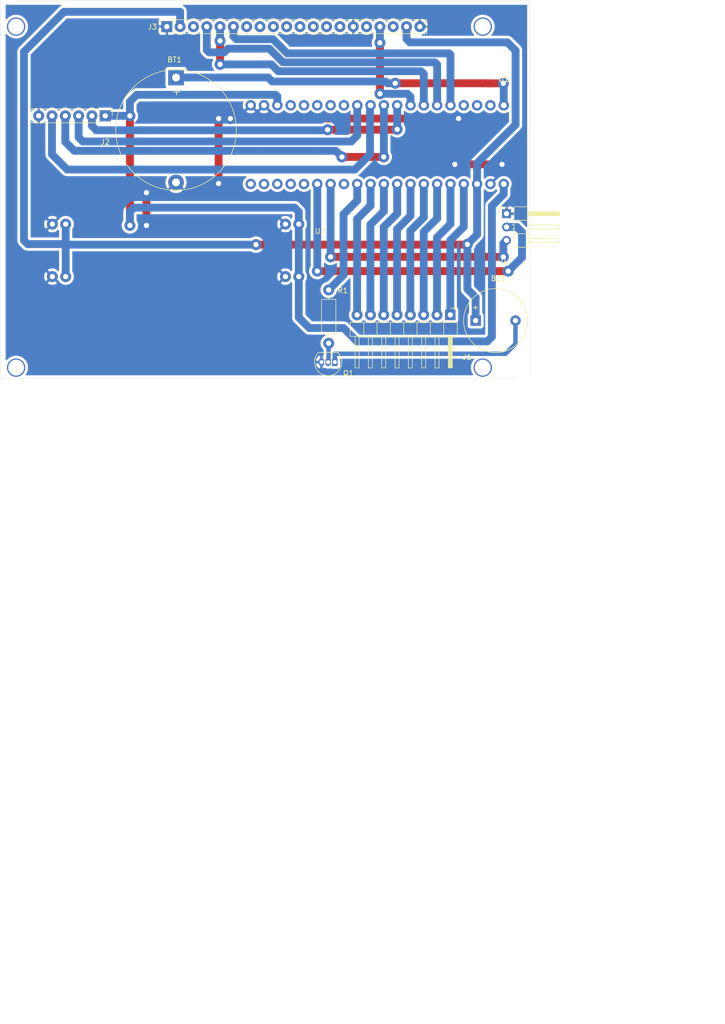
<source format=kicad_pcb>
(kicad_pcb (version 20171130) (host pcbnew "(5.1.10)-1")

  (general
    (thickness 1.6)
    (drawings 11)
    (tracks 224)
    (zones 0)
    (modules 11)
    (nets 49)
  )

  (page A4)
  (title_block
    (title CHIP8-PCB)
    (rev 1.0)
    (company UTN-FRBA)
    (comment 1 "GRUPRO 3")
  )

  (layers
    (0 F.Cu signal)
    (31 B.Cu signal)
    (32 B.Adhes user)
    (33 F.Adhes user)
    (34 B.Paste user)
    (35 F.Paste user)
    (36 B.SilkS user)
    (37 F.SilkS user)
    (38 B.Mask user)
    (39 F.Mask user)
    (40 Dwgs.User user)
    (41 Cmts.User user)
    (42 Eco1.User user)
    (43 Eco2.User user)
    (44 Edge.Cuts user)
    (45 Margin user)
    (46 B.CrtYd user)
    (47 F.CrtYd user)
    (48 B.Fab user)
    (49 F.Fab user)
  )

  (setup
    (last_trace_width 0.25)
    (user_trace_width 0.85)
    (user_trace_width 1.5)
    (trace_clearance 0.2)
    (zone_clearance 0.508)
    (zone_45_only no)
    (trace_min 0.2)
    (via_size 0.8)
    (via_drill 0.4)
    (via_min_size 0.4)
    (via_min_drill 0.3)
    (uvia_size 0.3)
    (uvia_drill 0.1)
    (uvias_allowed no)
    (uvia_min_size 0.2)
    (uvia_min_drill 0.1)
    (edge_width 0.05)
    (segment_width 0.2)
    (pcb_text_width 0.3)
    (pcb_text_size 1.5 1.5)
    (mod_edge_width 0.12)
    (mod_text_size 1 1)
    (mod_text_width 0.15)
    (pad_size 1.524 1.524)
    (pad_drill 0.762)
    (pad_to_mask_clearance 0)
    (aux_axis_origin 0 0)
    (visible_elements 7FFFFFFF)
    (pcbplotparams
      (layerselection 0x010fc_ffffffff)
      (usegerberextensions false)
      (usegerberattributes true)
      (usegerberadvancedattributes true)
      (creategerberjobfile true)
      (excludeedgelayer true)
      (linewidth 0.100000)
      (plotframeref false)
      (viasonmask false)
      (mode 1)
      (useauxorigin false)
      (hpglpennumber 1)
      (hpglpenspeed 20)
      (hpglpendiameter 15.000000)
      (psnegative false)
      (psa4output false)
      (plotreference true)
      (plotvalue true)
      (plotinvisibletext false)
      (padsonsilk false)
      (subtractmaskfromsilk false)
      (outputformat 1)
      (mirror false)
      (drillshape 1)
      (scaleselection 1)
      (outputdirectory ""))
  )

  (net 0 "")
  (net 1 GND)
  (net 2 +BATT)
  (net 3 +5V)
  (net 4 "Net-(BZ1-Pad2)")
  (net 5 /F1)
  (net 6 /F2)
  (net 7 /F3)
  (net 8 /F4)
  (net 9 /C1)
  (net 10 /C2)
  (net 11 /C3)
  (net 12 /C4)
  (net 13 +3V3)
  (net 14 /CS)
  (net 15 /MOSI)
  (net 16 /CLK)
  (net 17 /MISO)
  (net 18 "Net-(J3-Pad3)")
  (net 19 /LCD_1)
  (net 20 /LCD_2)
  (net 21 /LCD_3)
  (net 22 "Net-(J3-Pad7)")
  (net 23 "Net-(J3-Pad8)")
  (net 24 "Net-(J3-Pad9)")
  (net 25 "Net-(J3-Pad10)")
  (net 26 "Net-(J3-Pad11)")
  (net 27 "Net-(J3-Pad12)")
  (net 28 "Net-(J3-Pad13)")
  (net 29 "Net-(J3-Pad14)")
  (net 30 "Net-(J3-Pad16)")
  (net 31 /LCD_4)
  (net 32 "Net-(J3-Pad18)")
  (net 33 "Net-(Q1-Pad2)")
  (net 34 /Buzzer)
  (net 35 "Net-(U1-Pad2)")
  (net 36 "Net-(U1-Pad3)")
  (net 37 "Net-(U1-Pad4)")
  (net 38 "Net-(U1-Pad13)")
  (net 39 "Net-(U1-Pad28)")
  (net 40 "Net-(U1-Pad14)")
  (net 41 "Net-(U1-Pad15)")
  (net 42 "Net-(U1-Pad16)")
  (net 43 "Net-(U1-Pad25)")
  (net 44 "Net-(U1-Pad17)")
  (net 45 "Net-(U1-Pad24)")
  (net 46 "Net-(U1-Pad21)")
  (net 47 /RX_1)
  (net 48 /TX_1)

  (net_class Default "This is the default net class."
    (clearance 0.2)
    (trace_width 0.25)
    (via_dia 0.8)
    (via_drill 0.4)
    (uvia_dia 0.3)
    (uvia_drill 0.1)
    (add_net +3V3)
    (add_net +5V)
    (add_net +BATT)
    (add_net /Buzzer)
    (add_net /C1)
    (add_net /C2)
    (add_net /C3)
    (add_net /C4)
    (add_net /CLK)
    (add_net /CS)
    (add_net /F1)
    (add_net /F2)
    (add_net /F3)
    (add_net /F4)
    (add_net /LCD_1)
    (add_net /LCD_2)
    (add_net /LCD_3)
    (add_net /LCD_4)
    (add_net /MISO)
    (add_net /MOSI)
    (add_net /RX_1)
    (add_net /TX_1)
    (add_net GND)
    (add_net "Net-(BZ1-Pad2)")
    (add_net "Net-(J3-Pad10)")
    (add_net "Net-(J3-Pad11)")
    (add_net "Net-(J3-Pad12)")
    (add_net "Net-(J3-Pad13)")
    (add_net "Net-(J3-Pad14)")
    (add_net "Net-(J3-Pad16)")
    (add_net "Net-(J3-Pad18)")
    (add_net "Net-(J3-Pad3)")
    (add_net "Net-(J3-Pad7)")
    (add_net "Net-(J3-Pad8)")
    (add_net "Net-(J3-Pad9)")
    (add_net "Net-(Q1-Pad2)")
    (add_net "Net-(U1-Pad13)")
    (add_net "Net-(U1-Pad14)")
    (add_net "Net-(U1-Pad15)")
    (add_net "Net-(U1-Pad16)")
    (add_net "Net-(U1-Pad17)")
    (add_net "Net-(U1-Pad2)")
    (add_net "Net-(U1-Pad21)")
    (add_net "Net-(U1-Pad24)")
    (add_net "Net-(U1-Pad25)")
    (add_net "Net-(U1-Pad28)")
    (add_net "Net-(U1-Pad3)")
    (add_net "Net-(U1-Pad4)")
  )

  (module Placa:BatteryHolder_Keystone_103_1x20mm (layer F.Cu) (tedit 61523461) (tstamp 614FBDDB)
    (at 126.5 66.7 270)
    (descr http://www.keyelco.com/product-pdf.cfm?p=719)
    (tags "Keystone type 103 battery holder")
    (path /615277F3)
    (fp_text reference BT1 (at -3.39558 0.28412 180) (layer F.SilkS)
      (effects (font (size 1 1) (thickness 0.15)))
    )
    (fp_text value Battery_Holder_CR2032 (at 22.74864 18.46544 180) (layer F.Fab)
      (effects (font (size 1 1) (thickness 0.15)))
    )
    (fp_circle (center 10 0) (end 21.5 0) (layer F.SilkS) (width 0.12))
    (fp_line (start 0 -1.3) (end 0 1.3) (layer F.Fab) (width 0.1))
    (fp_text user %R (at 0 0 90) (layer F.Fab)
      (effects (font (size 1 1) (thickness 0.15)))
    )
    (fp_text user + (at 2.75 0 90) (layer F.SilkS)
      (effects (font (size 1.5 1.5) (thickness 0.15)))
    )
    (pad 1 thru_hole rect (at 0 0 270) (size 3 3) (drill 1.5) (layers *.Cu *.Mask)
      (net 2 +BATT))
    (pad 2 thru_hole circle (at 20 0 270) (size 3 3) (drill 1.5) (layers *.Cu *.Mask)
      (net 1 GND))
    (model ${KISYS3DMOD}/Battery.3dshapes/BatteryHolder_Keystone_103_1x20mm.wrl
      (at (xyz 0 0 0))
      (scale (xyz 1 1 1))
      (rotate (xyz 0 0 0))
    )
  )

  (module Connector_PinHeader_2.54mm:PinHeader_1x03_P2.54mm_Horizontal (layer F.Cu) (tedit 59FED5CB) (tstamp 6152997E)
    (at 189.5348 92.6592)
    (descr "Through hole angled pin header, 1x03, 2.54mm pitch, 6mm pin length, single row")
    (tags "Through hole angled pin header THT 1x03 2.54mm single row")
    (path /615256F9)
    (fp_text reference J4 (at -0.5348 9.3408) (layer F.SilkS)
      (effects (font (size 1 1) (thickness 0.15)))
    )
    (fp_text value Conn_01x03_Male-UART (at -11.5348 1.3408) (layer F.Fab)
      (effects (font (size 1 1) (thickness 0.15)))
    )
    (fp_line (start 2.135 -1.27) (end 4.04 -1.27) (layer F.Fab) (width 0.1))
    (fp_line (start 4.04 -1.27) (end 4.04 6.35) (layer F.Fab) (width 0.1))
    (fp_line (start 4.04 6.35) (end 1.5 6.35) (layer F.Fab) (width 0.1))
    (fp_line (start 1.5 6.35) (end 1.5 -0.635) (layer F.Fab) (width 0.1))
    (fp_line (start 1.5 -0.635) (end 2.135 -1.27) (layer F.Fab) (width 0.1))
    (fp_line (start -0.32 -0.32) (end 1.5 -0.32) (layer F.Fab) (width 0.1))
    (fp_line (start -0.32 -0.32) (end -0.32 0.32) (layer F.Fab) (width 0.1))
    (fp_line (start -0.32 0.32) (end 1.5 0.32) (layer F.Fab) (width 0.1))
    (fp_line (start 4.04 -0.32) (end 10.04 -0.32) (layer F.Fab) (width 0.1))
    (fp_line (start 10.04 -0.32) (end 10.04 0.32) (layer F.Fab) (width 0.1))
    (fp_line (start 4.04 0.32) (end 10.04 0.32) (layer F.Fab) (width 0.1))
    (fp_line (start -0.32 2.22) (end 1.5 2.22) (layer F.Fab) (width 0.1))
    (fp_line (start -0.32 2.22) (end -0.32 2.86) (layer F.Fab) (width 0.1))
    (fp_line (start -0.32 2.86) (end 1.5 2.86) (layer F.Fab) (width 0.1))
    (fp_line (start 4.04 2.22) (end 10.04 2.22) (layer F.Fab) (width 0.1))
    (fp_line (start 10.04 2.22) (end 10.04 2.86) (layer F.Fab) (width 0.1))
    (fp_line (start 4.04 2.86) (end 10.04 2.86) (layer F.Fab) (width 0.1))
    (fp_line (start -0.32 4.76) (end 1.5 4.76) (layer F.Fab) (width 0.1))
    (fp_line (start -0.32 4.76) (end -0.32 5.4) (layer F.Fab) (width 0.1))
    (fp_line (start -0.32 5.4) (end 1.5 5.4) (layer F.Fab) (width 0.1))
    (fp_line (start 4.04 4.76) (end 10.04 4.76) (layer F.Fab) (width 0.1))
    (fp_line (start 10.04 4.76) (end 10.04 5.4) (layer F.Fab) (width 0.1))
    (fp_line (start 4.04 5.4) (end 10.04 5.4) (layer F.Fab) (width 0.1))
    (fp_line (start 1.44 -1.33) (end 1.44 6.41) (layer F.SilkS) (width 0.12))
    (fp_line (start 1.44 6.41) (end 4.1 6.41) (layer F.SilkS) (width 0.12))
    (fp_line (start 4.1 6.41) (end 4.1 -1.33) (layer F.SilkS) (width 0.12))
    (fp_line (start 4.1 -1.33) (end 1.44 -1.33) (layer F.SilkS) (width 0.12))
    (fp_line (start 4.1 -0.38) (end 10.1 -0.38) (layer F.SilkS) (width 0.12))
    (fp_line (start 10.1 -0.38) (end 10.1 0.38) (layer F.SilkS) (width 0.12))
    (fp_line (start 10.1 0.38) (end 4.1 0.38) (layer F.SilkS) (width 0.12))
    (fp_line (start 4.1 -0.32) (end 10.1 -0.32) (layer F.SilkS) (width 0.12))
    (fp_line (start 4.1 -0.2) (end 10.1 -0.2) (layer F.SilkS) (width 0.12))
    (fp_line (start 4.1 -0.08) (end 10.1 -0.08) (layer F.SilkS) (width 0.12))
    (fp_line (start 4.1 0.04) (end 10.1 0.04) (layer F.SilkS) (width 0.12))
    (fp_line (start 4.1 0.16) (end 10.1 0.16) (layer F.SilkS) (width 0.12))
    (fp_line (start 4.1 0.28) (end 10.1 0.28) (layer F.SilkS) (width 0.12))
    (fp_line (start 1.11 -0.38) (end 1.44 -0.38) (layer F.SilkS) (width 0.12))
    (fp_line (start 1.11 0.38) (end 1.44 0.38) (layer F.SilkS) (width 0.12))
    (fp_line (start 1.44 1.27) (end 4.1 1.27) (layer F.SilkS) (width 0.12))
    (fp_line (start 4.1 2.16) (end 10.1 2.16) (layer F.SilkS) (width 0.12))
    (fp_line (start 10.1 2.16) (end 10.1 2.92) (layer F.SilkS) (width 0.12))
    (fp_line (start 10.1 2.92) (end 4.1 2.92) (layer F.SilkS) (width 0.12))
    (fp_line (start 1.042929 2.16) (end 1.44 2.16) (layer F.SilkS) (width 0.12))
    (fp_line (start 1.042929 2.92) (end 1.44 2.92) (layer F.SilkS) (width 0.12))
    (fp_line (start 1.44 3.81) (end 4.1 3.81) (layer F.SilkS) (width 0.12))
    (fp_line (start 4.1 4.7) (end 10.1 4.7) (layer F.SilkS) (width 0.12))
    (fp_line (start 10.1 4.7) (end 10.1 5.46) (layer F.SilkS) (width 0.12))
    (fp_line (start 10.1 5.46) (end 4.1 5.46) (layer F.SilkS) (width 0.12))
    (fp_line (start 1.042929 4.7) (end 1.44 4.7) (layer F.SilkS) (width 0.12))
    (fp_line (start 1.042929 5.46) (end 1.44 5.46) (layer F.SilkS) (width 0.12))
    (fp_line (start -1.27 0) (end -1.27 -1.27) (layer F.SilkS) (width 0.12))
    (fp_line (start -1.27 -1.27) (end 0 -1.27) (layer F.SilkS) (width 0.12))
    (fp_line (start -1.8 -1.8) (end -1.8 6.85) (layer F.CrtYd) (width 0.05))
    (fp_line (start -1.8 6.85) (end 10.55 6.85) (layer F.CrtYd) (width 0.05))
    (fp_line (start 10.55 6.85) (end 10.55 -1.8) (layer F.CrtYd) (width 0.05))
    (fp_line (start 10.55 -1.8) (end -1.8 -1.8) (layer F.CrtYd) (width 0.05))
    (fp_text user %R (at -0.5348 9.3408 180) (layer F.Fab)
      (effects (font (size 1 1) (thickness 0.15)))
    )
    (pad 1 thru_hole rect (at 0 0) (size 1.7 1.7) (drill 1) (layers *.Cu *.Mask)
      (net 1 GND))
    (pad 2 thru_hole oval (at 0 2.54) (size 1.7 1.7) (drill 1) (layers *.Cu *.Mask)
      (net 48 /TX_1))
    (pad 3 thru_hole oval (at 0 5.08) (size 1.7 1.7) (drill 1) (layers *.Cu *.Mask)
      (net 47 /RX_1))
    (model ${KISYS3DMOD}/Connector_PinHeader_2.54mm.3dshapes/PinHeader_1x03_P2.54mm_Horizontal.wrl
      (at (xyz 0 0 0))
      (scale (xyz 1 1 1))
      (rotate (xyz 0 0 0))
    )
  )

  (module Placa:Blue_Pill (layer F.Cu) (tedit 614F5A88) (tstamp 61528FA3)
    (at 189 72 270)
    (path /6160BC1E)
    (fp_text reference U1 (at -5 0 180) (layer F.SilkS)
      (effects (font (size 1 1) (thickness 0.15)))
    )
    (fp_text value STM32F103C8Tx (at -4.76676 8.11364 180) (layer F.Fab)
      (effects (font (size 1 1) (thickness 0.15)))
    )
    (fp_line (start 11.5 45.5) (end 11.5 50.5) (layer Dwgs.User) (width 0.12))
    (fp_line (start 4 45.5) (end 11.5 45.5) (layer Dwgs.User) (width 0.12))
    (fp_line (start 4 50.5) (end 4 45.5) (layer Dwgs.User) (width 0.12))
    (fp_line (start 11 3) (end 11 -2) (layer Dwgs.User) (width 0.12))
    (fp_line (start 4 3) (end 11 3) (layer Dwgs.User) (width 0.12))
    (fp_line (start 4 -2) (end 4 3) (layer Dwgs.User) (width 0.12))
    (fp_line (start -3.5 -2) (end 18.5 -2) (layer Dwgs.User) (width 0.12))
    (fp_line (start 18.5 -2) (end 18.5 50.5) (layer Dwgs.User) (width 0.12))
    (fp_line (start 18.5 50.5) (end -3.5 50.5) (layer Dwgs.User) (width 0.12))
    (fp_line (start -3.5 50.5) (end -3.5 -2) (layer Dwgs.User) (width 0.12))
    (fp_text user USB (at 8 48 90) (layer Dwgs.User)
      (effects (font (size 1 1) (thickness 0.15)))
    )
    (fp_text user JTAG (at 7.5 0.5 90) (layer Dwgs.User)
      (effects (font (size 1 1) (thickness 0.15)))
    )
    (pad 1 thru_hole circle (at 0 0 270) (size 2 2) (drill 1.1) (layers *.Cu *.Mask)
      (net 2 +BATT))
    (pad 40 thru_hole circle (at 15 0 270) (size 2 2) (drill 1.1) (layers *.Cu *.Mask)
      (net 13 +3V3))
    (pad 2 thru_hole circle (at 0 2.54 270) (size 2 2) (drill 1.1) (layers *.Cu *.Mask)
      (net 35 "Net-(U1-Pad2)"))
    (pad 39 thru_hole circle (at 15 2.54 270) (size 2 2) (drill 1.1) (layers *.Cu *.Mask)
      (net 1 GND))
    (pad 3 thru_hole circle (at 0 5.08 270) (size 2 2) (drill 1.1) (layers *.Cu *.Mask)
      (net 36 "Net-(U1-Pad3)"))
    (pad 38 thru_hole circle (at 15 5.08 270) (size 2 2) (drill 1.1) (layers *.Cu *.Mask)
      (net 3 +5V))
    (pad 4 thru_hole circle (at 0 7.62 270) (size 2 2) (drill 1.1) (layers *.Cu *.Mask)
      (net 37 "Net-(U1-Pad4)"))
    (pad 37 thru_hole circle (at 15 7.62 270) (size 2 2) (drill 1.1) (layers *.Cu *.Mask)
      (net 5 /F1))
    (pad 5 thru_hole circle (at 0 10.16 270) (size 2 2) (drill 1.1) (layers *.Cu *.Mask)
      (net 21 /LCD_3))
    (pad 36 thru_hole circle (at 15 10.16 270) (size 2 2) (drill 1.1) (layers *.Cu *.Mask)
      (net 6 /F2))
    (pad 6 thru_hole circle (at 0 12.7 270) (size 2 2) (drill 1.1) (layers *.Cu *.Mask)
      (net 19 /LCD_1))
    (pad 35 thru_hole circle (at 15 12.7 270) (size 2 2) (drill 1.1) (layers *.Cu *.Mask)
      (net 7 /F3))
    (pad 7 thru_hole circle (at 0 15.24 270) (size 2 2) (drill 1.1) (layers *.Cu *.Mask)
      (net 20 /LCD_2))
    (pad 34 thru_hole circle (at 15 15.24 270) (size 2 2) (drill 1.1) (layers *.Cu *.Mask)
      (net 8 /F4))
    (pad 8 thru_hole circle (at 0 17.78 270) (size 2 2) (drill 1.1) (layers *.Cu *.Mask)
      (net 31 /LCD_4))
    (pad 33 thru_hole circle (at 15 17.78 270) (size 2 2) (drill 1.1) (layers *.Cu *.Mask)
      (net 9 /C1))
    (pad 9 thru_hole circle (at 0 20.32 270) (size 2 2) (drill 1.1) (layers *.Cu *.Mask)
      (net 14 /CS))
    (pad 32 thru_hole circle (at 15 20.32 270) (size 2 2) (drill 1.1) (layers *.Cu *.Mask)
      (net 10 /C2))
    (pad 10 thru_hole circle (at 0 22.86 270) (size 2 2) (drill 1.1) (layers *.Cu *.Mask)
      (net 16 /CLK))
    (pad 31 thru_hole circle (at 15 22.86 270) (size 2 2) (drill 1.1) (layers *.Cu *.Mask)
      (net 11 /C3))
    (pad 11 thru_hole circle (at 0 25.4 270) (size 2 2) (drill 1.1) (layers *.Cu *.Mask)
      (net 17 /MISO))
    (pad 30 thru_hole circle (at 15 25.4 270) (size 2 2) (drill 1.1) (layers *.Cu *.Mask)
      (net 12 /C4))
    (pad 12 thru_hole circle (at 0 27.94 270) (size 2 2) (drill 1.1) (layers *.Cu *.Mask)
      (net 15 /MOSI))
    (pad 29 thru_hole circle (at 15 27.94 270) (size 2 2) (drill 1.1) (layers *.Cu *.Mask)
      (net 34 /Buzzer))
    (pad 13 thru_hole circle (at 0 30.48 270) (size 2 2) (drill 1.1) (layers *.Cu *.Mask)
      (net 38 "Net-(U1-Pad13)"))
    (pad 28 thru_hole circle (at 15 30.48 270) (size 2 2) (drill 1.1) (layers *.Cu *.Mask)
      (net 39 "Net-(U1-Pad28)"))
    (pad 14 thru_hole circle (at 0 33.02 270) (size 2 2) (drill 1.1) (layers *.Cu *.Mask)
      (net 40 "Net-(U1-Pad14)"))
    (pad 27 thru_hole circle (at 15 33.02 270) (size 2 2) (drill 1.1) (layers *.Cu *.Mask)
      (net 47 /RX_1))
    (pad 15 thru_hole circle (at 0 35.56 270) (size 2 2) (drill 1.1) (layers *.Cu *.Mask)
      (net 41 "Net-(U1-Pad15)"))
    (pad 26 thru_hole circle (at 15 35.56 270) (size 2 2) (drill 1.1) (layers *.Cu *.Mask)
      (net 48 /TX_1))
    (pad 16 thru_hole circle (at 0 38.1 270) (size 2 2) (drill 1.1) (layers *.Cu *.Mask)
      (net 42 "Net-(U1-Pad16)"))
    (pad 25 thru_hole circle (at 15 38.1 270) (size 2 2) (drill 1.1) (layers *.Cu *.Mask)
      (net 43 "Net-(U1-Pad25)"))
    (pad 17 thru_hole circle (at 0 40.64 270) (size 2 2) (drill 1.1) (layers *.Cu *.Mask)
      (net 44 "Net-(U1-Pad17)"))
    (pad 24 thru_hole circle (at 15 40.64 270) (size 2 2) (drill 1.1) (layers *.Cu *.Mask)
      (net 45 "Net-(U1-Pad24)"))
    (pad 18 thru_hole circle (at 0 43.18 270) (size 2 2) (drill 1.1) (layers *.Cu *.Mask)
      (net 13 +3V3))
    (pad 23 thru_hole circle (at 15 43.18 270) (size 2 2) (drill 1.1) (layers *.Cu *.Mask))
    (pad 19 thru_hole circle (at 0 45.72 270) (size 2 2) (drill 1.1) (layers *.Cu *.Mask)
      (net 1 GND))
    (pad 22 thru_hole circle (at 15 45.72 270) (size 2 2) (drill 1.1) (layers *.Cu *.Mask))
    (pad 20 thru_hole circle (at 0 48.26 270) (size 2 2) (drill 1.1) (layers *.Cu *.Mask)
      (net 1 GND))
    (pad 21 thru_hole circle (at 15 48.26 270) (size 2 2) (drill 1.1) (layers *.Cu *.Mask)
      (net 46 "Net-(U1-Pad21)"))
  )

  (module Placa:Fuente (layer F.Cu) (tedit 614F80FB) (tstamp 615243DC)
    (at 149.9128 94.6492 180)
    (path /615EFB9F)
    (fp_text reference U2 (at -4.0872 -1.3508 180) (layer F.SilkS)
      (effects (font (size 1 1) (thickness 0.15)))
    )
    (fp_text value Fuente (at -5.17452 0.21708 180) (layer F.Fab)
      (effects (font (size 1 1) (thickness 0.15)))
    )
    (fp_line (start 15 -27.5) (end 9 -27.5) (layer Dwgs.User) (width 0.12))
    (fp_line (start 15 -22) (end 15 -27.5) (layer Dwgs.User) (width 0.12))
    (fp_line (start 9 -22) (end 15 -22) (layer Dwgs.User) (width 0.12))
    (fp_line (start 9 -27.5) (end 9 -22) (layer Dwgs.User) (width 0.12))
    (fp_line (start -1.5 -29) (end -2.5 -29) (layer Dwgs.User) (width 0.12))
    (fp_line (start -2.5 -29) (end -2.5 3) (layer Dwgs.User) (width 0.12))
    (fp_line (start 49.5 -29) (end -1.5 -29) (layer Dwgs.User) (width 0.12))
    (fp_line (start 49.5 3) (end 49.5 -29) (layer Dwgs.User) (width 0.12))
    (fp_line (start -2.5 3) (end 49.5 3) (layer Dwgs.User) (width 0.12))
    (fp_text user SWITCH (at 12 -24.5 180) (layer Dwgs.User)
      (effects (font (size 1 1) (thickness 0.15)))
    )
    (pad 3 thru_hole circle (at 44.46 -10 180) (size 2.1 2.1) (drill 1) (layers *.Cu *.Mask)
      (net 3 +5V))
    (pad 4 thru_hole circle (at 47 -10 180) (size 2.1 2.1) (drill 1) (layers *.Cu *.Mask)
      (net 1 GND))
    (pad 3 thru_hole circle (at 44.46 0 180) (size 2.1 2.1) (drill 1) (layers *.Cu *.Mask)
      (net 3 +5V))
    (pad 2 thru_hole circle (at 2.54 -10 180) (size 2.1 2.1) (drill 1) (layers *.Cu *.Mask)
      (net 1 GND))
    (pad 1 thru_hole circle (at 0 -10 180) (size 2.1 2.1) (drill 1) (layers *.Cu *.Mask)
      (net 13 +3V3))
    (pad 2 thru_hole circle (at 2.54 0 180) (size 2.1 2.1) (drill 1) (layers *.Cu *.Mask)
      (net 1 GND))
    (pad 1 thru_hole circle (at 0 0 180) (size 2.1 2.1) (drill 1) (layers *.Cu *.Mask)
      (net 13 +3V3))
    (pad 4 thru_hole circle (at 47 0 180) (size 2.1 2.1) (drill 1) (layers *.Cu *.Mask)
      (net 1 GND))
  )

  (module "" (layer F.Cu) (tedit 0) (tstamp 0)
    (at 132 61.6)
    (fp_text reference "" (at 82 185.26) (layer F.SilkS)
      (effects (font (size 1.27 1.27) (thickness 0.15)))
    )
    (fp_text value "" (at 82 185.26) (layer F.SilkS)
      (effects (font (size 1.27 1.27) (thickness 0.15)))
    )
    (fp_text user %R (at 99 180.26) (layer F.Fab)
      (effects (font (size 1 1) (thickness 0.15)))
    )
  )

  (module Resistor_THT:R_Axial_DIN0207_L6.3mm_D2.5mm_P10.16mm_Horizontal (layer F.Cu) (tedit 614F63AF) (tstamp 6152439D)
    (at 155.6128 117.3492 90)
    (descr "Resistor, Axial_DIN0207 series, Axial, Horizontal, pin pitch=10.16mm, 0.25W = 1/4W, length*diameter=6.3*2.5mm^2, http://cdn-reichelt.de/documents/datenblatt/B400/1_4W%23YAG.pdf")
    (tags "Resistor Axial_DIN0207 series Axial Horizontal pin pitch 10.16mm 0.25W = 1/4W length 6.3mm diameter 2.5mm")
    (path /61519A86)
    (fp_text reference R1 (at 10.04944 2.68508 180) (layer F.SilkS)
      (effects (font (size 1 1) (thickness 0.15)))
    )
    (fp_text value 10KΩ (at 12.41164 0.05364 180) (layer F.Fab)
      (effects (font (size 1 1) (thickness 0.15)))
    )
    (fp_line (start 1.93 -1.25) (end 1.93 1.25) (layer F.Fab) (width 0.1))
    (fp_line (start 1.93 1.25) (end 8.23 1.25) (layer F.Fab) (width 0.1))
    (fp_line (start 8.23 1.25) (end 8.23 -1.25) (layer F.Fab) (width 0.1))
    (fp_line (start 8.23 -1.25) (end 1.93 -1.25) (layer F.Fab) (width 0.1))
    (fp_line (start 0 0) (end 1.93 0) (layer F.Fab) (width 0.1))
    (fp_line (start 10.16 0) (end 8.23 0) (layer F.Fab) (width 0.1))
    (fp_line (start 1.81 -1.37) (end 1.81 1.37) (layer F.SilkS) (width 0.12))
    (fp_line (start 1.81 1.37) (end 8.35 1.37) (layer F.SilkS) (width 0.12))
    (fp_line (start 8.35 1.37) (end 8.35 -1.37) (layer F.SilkS) (width 0.12))
    (fp_line (start 8.35 -1.37) (end 1.81 -1.37) (layer F.SilkS) (width 0.12))
    (fp_line (start 1.04 0) (end 1.81 0) (layer F.SilkS) (width 0.12))
    (fp_line (start 9.12 0) (end 8.35 0) (layer F.SilkS) (width 0.12))
    (fp_line (start -1.05 -1.5) (end -1.05 1.5) (layer F.CrtYd) (width 0.05))
    (fp_line (start -1.05 1.5) (end 11.21 1.5) (layer F.CrtYd) (width 0.05))
    (fp_line (start 11.21 1.5) (end 11.21 -1.5) (layer F.CrtYd) (width 0.05))
    (fp_line (start 11.21 -1.5) (end -1.05 -1.5) (layer F.CrtYd) (width 0.05))
    (pad 2 thru_hole oval (at 10.16 0 90) (size 2.1 2.1) (drill 1) (layers *.Cu *.Mask)
      (net 34 /Buzzer))
    (pad 1 thru_hole circle (at 0 0 90) (size 2.1 2.1) (drill 1) (layers *.Cu *.Mask)
      (net 33 "Net-(Q1-Pad2)"))
    (model ${KISYS3DMOD}/Resistor_THT.3dshapes/R_Axial_DIN0207_L6.3mm_D2.5mm_P10.16mm_Horizontal.wrl
      (at (xyz 0 0 0))
      (scale (xyz 1 1 1))
      (rotate (xyz 0 0 0))
    )
  )

  (module Connector_PinHeader_2.54mm:PinHeader_1x20_P2.54mm_Vertical (layer F.Cu) (tedit 614F6387) (tstamp 614FCC22)
    (at 124.74 57 90)
    (descr "Through hole straight pin header, 1x20, 2.54mm pitch, single row")
    (tags "Through hole pin header THT 1x20 2.54mm single row")
    (path /6152DDD6)
    (fp_text reference J3 (at -0.03824 -2.74634 180) (layer F.SilkS)
      (effects (font (size 1 1) (thickness 0.15)))
    )
    (fp_text value Conn_01x20_Female_LCD (at 2.63892 37.09356 180) (layer F.Fab)
      (effects (font (size 1 1) (thickness 0.15)))
    )
    (fp_line (start 1.8 -1.8) (end -1.8 -1.8) (layer F.CrtYd) (width 0.05))
    (fp_line (start 1.8 50.05) (end 1.8 -1.8) (layer F.CrtYd) (width 0.05))
    (fp_line (start -1.8 50.05) (end 1.8 50.05) (layer F.CrtYd) (width 0.05))
    (fp_line (start -1.8 -1.8) (end -1.8 50.05) (layer F.CrtYd) (width 0.05))
    (fp_line (start -1.33 -1.33) (end 0 -1.33) (layer F.SilkS) (width 0.12))
    (fp_line (start -1.33 0) (end -1.33 -1.33) (layer F.SilkS) (width 0.12))
    (fp_line (start -1.33 1.27) (end 1.33 1.27) (layer F.SilkS) (width 0.12))
    (fp_line (start 1.33 1.27) (end 1.33 49.59) (layer F.SilkS) (width 0.12))
    (fp_line (start -1.33 1.27) (end -1.33 49.59) (layer F.SilkS) (width 0.12))
    (fp_line (start -1.33 49.59) (end 1.33 49.59) (layer F.SilkS) (width 0.12))
    (fp_line (start -1.27 -0.635) (end -0.635 -1.27) (layer F.Fab) (width 0.1))
    (fp_line (start -1.27 49.53) (end -1.27 -0.635) (layer F.Fab) (width 0.1))
    (fp_line (start 1.27 49.53) (end -1.27 49.53) (layer F.Fab) (width 0.1))
    (fp_line (start 1.27 -1.27) (end 1.27 49.53) (layer F.Fab) (width 0.1))
    (fp_line (start -0.635 -1.27) (end 1.27 -1.27) (layer F.Fab) (width 0.1))
    (fp_text user %R (at 0 24.13) (layer F.Fab)
      (effects (font (size 1 1) (thickness 0.15)))
    )
    (pad 1 thru_hole rect (at 0 0 90) (size 2.1 2.1) (drill 1) (layers *.Cu *.Mask)
      (net 1 GND))
    (pad 2 thru_hole oval (at 0 2.54 90) (size 2.1 2.1) (drill 1) (layers *.Cu *.Mask)
      (net 3 +5V))
    (pad 3 thru_hole oval (at 0 5.08 90) (size 2.1 2.1) (drill 1) (layers *.Cu *.Mask)
      (net 18 "Net-(J3-Pad3)"))
    (pad 4 thru_hole oval (at 0 7.62 90) (size 2.1 2.1) (drill 1) (layers *.Cu *.Mask)
      (net 19 /LCD_1))
    (pad 5 thru_hole oval (at 0 10.16 90) (size 2.1 2.1) (drill 1) (layers *.Cu *.Mask)
      (net 20 /LCD_2))
    (pad 6 thru_hole oval (at 0 12.7 90) (size 2.1 2.1) (drill 1) (layers *.Cu *.Mask)
      (net 21 /LCD_3))
    (pad 7 thru_hole oval (at 0 15.24 90) (size 2.1 2.1) (drill 1) (layers *.Cu *.Mask)
      (net 22 "Net-(J3-Pad7)"))
    (pad 8 thru_hole oval (at 0 17.78 90) (size 2.1 2.1) (drill 1) (layers *.Cu *.Mask)
      (net 23 "Net-(J3-Pad8)"))
    (pad 9 thru_hole oval (at 0 20.32 90) (size 2.1 2.1) (drill 1) (layers *.Cu *.Mask)
      (net 24 "Net-(J3-Pad9)"))
    (pad 10 thru_hole oval (at 0 22.86 90) (size 2.1 2.1) (drill 1) (layers *.Cu *.Mask)
      (net 25 "Net-(J3-Pad10)"))
    (pad 11 thru_hole oval (at 0 25.4 90) (size 2.1 2.1) (drill 1) (layers *.Cu *.Mask)
      (net 26 "Net-(J3-Pad11)"))
    (pad 12 thru_hole oval (at 0 27.94 90) (size 2.1 2.1) (drill 1) (layers *.Cu *.Mask)
      (net 27 "Net-(J3-Pad12)"))
    (pad 13 thru_hole oval (at 0 30.48 90) (size 2.1 2.1) (drill 1) (layers *.Cu *.Mask)
      (net 28 "Net-(J3-Pad13)"))
    (pad 14 thru_hole oval (at 0 33.02 90) (size 2.1 2.1) (drill 1) (layers *.Cu *.Mask)
      (net 29 "Net-(J3-Pad14)"))
    (pad 15 thru_hole oval (at 0 35.56 90) (size 2.1 2.1) (drill 1) (layers *.Cu *.Mask)
      (net 1 GND))
    (pad 16 thru_hole oval (at 0 38.1 90) (size 2.1 2.1) (drill 1) (layers *.Cu *.Mask)
      (net 30 "Net-(J3-Pad16)"))
    (pad 17 thru_hole oval (at 0 40.64 90) (size 2.1 2.1) (drill 1) (layers *.Cu *.Mask)
      (net 31 /LCD_4))
    (pad 18 thru_hole oval (at 0 43.18 90) (size 2.1 2.1) (drill 1) (layers *.Cu *.Mask)
      (net 32 "Net-(J3-Pad18)"))
    (pad 19 thru_hole oval (at 0 45.72 90) (size 2.1 2.1) (drill 1) (layers *.Cu *.Mask)
      (net 3 +5V))
    (pad 20 thru_hole oval (at 0 48.26 90) (size 2.1 2.1) (drill 1) (layers *.Cu *.Mask)
      (net 1 GND))
    (model ${KISYS3DMOD}/Connector_PinHeader_2.54mm.3dshapes/PinHeader_1x20_P2.54mm_Vertical.wrl
      (at (xyz 0 0 0))
      (scale (xyz 1 1 1))
      (rotate (xyz 0 0 0))
    )
  )

  (module Connector_PinHeader_2.54mm:PinHeader_1x06_P2.54mm_Vertical (layer F.Cu) (tedit 614F6316) (tstamp 614FFF58)
    (at 113 74 270)
    (descr "Through hole straight pin header, 1x06, 2.54mm pitch, single row")
    (tags "Through hole pin header THT 1x06 2.54mm single row")
    (path /6150C5A6)
    (fp_text reference J2 (at 5 0 180) (layer F.SilkS)
      (effects (font (size 1 1) (thickness 0.15)))
    )
    (fp_text value Conn_01x06_Female-SD (at 3.10352 8 180) (layer F.Fab)
      (effects (font (size 1 1) (thickness 0.15)))
    )
    (fp_line (start -0.635 -1.27) (end 1.27 -1.27) (layer F.Fab) (width 0.1))
    (fp_line (start 1.27 -1.27) (end 1.27 13.97) (layer F.Fab) (width 0.1))
    (fp_line (start 1.27 13.97) (end -1.27 13.97) (layer F.Fab) (width 0.1))
    (fp_line (start -1.27 13.97) (end -1.27 -0.635) (layer F.Fab) (width 0.1))
    (fp_line (start -1.27 -0.635) (end -0.635 -1.27) (layer F.Fab) (width 0.1))
    (fp_line (start -1.33 14.03) (end 1.33 14.03) (layer F.SilkS) (width 0.12))
    (fp_line (start -1.33 1.27) (end -1.33 14.03) (layer F.SilkS) (width 0.12))
    (fp_line (start 1.33 1.27) (end 1.33 14.03) (layer F.SilkS) (width 0.12))
    (fp_line (start -1.33 1.27) (end 1.33 1.27) (layer F.SilkS) (width 0.12))
    (fp_line (start -1.33 0) (end -1.33 -1.33) (layer F.SilkS) (width 0.12))
    (fp_line (start -1.33 -1.33) (end 0 -1.33) (layer F.SilkS) (width 0.12))
    (fp_line (start -1.8 -1.8) (end -1.8 14.5) (layer F.CrtYd) (width 0.05))
    (fp_line (start -1.8 14.5) (end 1.8 14.5) (layer F.CrtYd) (width 0.05))
    (fp_line (start 1.8 14.5) (end 1.8 -1.8) (layer F.CrtYd) (width 0.05))
    (fp_line (start 1.8 -1.8) (end -1.8 -1.8) (layer F.CrtYd) (width 0.05))
    (fp_text user %R (at 1 7) (layer F.Fab)
      (effects (font (size 1 1) (thickness 0.15)))
    )
    (pad 6 thru_hole oval (at 0 12.7 270) (size 2.1 2.1) (drill 1) (layers *.Cu *.Mask)
      (net 1 GND))
    (pad 5 thru_hole oval (at 0 10.16 270) (size 2.1 2.1) (drill 1) (layers *.Cu *.Mask)
      (net 17 /MISO))
    (pad 4 thru_hole oval (at 0 7.62 270) (size 2.1 2.1) (drill 1) (layers *.Cu *.Mask)
      (net 16 /CLK))
    (pad 3 thru_hole oval (at 0 5.08 270) (size 2.1 2.1) (drill 1) (layers *.Cu *.Mask)
      (net 15 /MOSI))
    (pad 2 thru_hole oval (at 0 2.54 270) (size 2.1 2.1) (drill 1) (layers *.Cu *.Mask)
      (net 14 /CS))
    (pad 1 thru_hole rect (at 0 0 270) (size 2.1 2.1) (drill 1) (layers *.Cu *.Mask)
      (net 13 +3V3))
    (model ${KISYS3DMOD}/Connector_PinHeader_2.54mm.3dshapes/PinHeader_1x06_P2.54mm_Vertical.wrl
      (at (xyz 0 0 0))
      (scale (xyz 1 1 1))
      (rotate (xyz 0 0 0))
    )
  )

  (module Connector_PinHeader_2.54mm:PinHeader_1x08_P2.54mm_Horizontal (layer F.Cu) (tedit 614F62E1) (tstamp 61524288)
    (at 178.8128 111.9492 270)
    (descr "Through hole angled pin header, 1x08, 2.54mm pitch, 6mm pin length, single row")
    (tags "Through hole angled pin header THT 1x08 2.54mm single row")
    (path /61500CE4)
    (fp_text reference J1 (at 8.0508 -3.1872 180) (layer F.SilkS)
      (effects (font (size 1 1) (thickness 0.15)))
    )
    (fp_text value Conn_01x08_Male-Teclado-Matricial (at -8.9492 7.8128) (layer F.Fab)
      (effects (font (size 1 1) (thickness 0.15)))
    )
    (fp_line (start 10.55 -1.8) (end -1.8 -1.8) (layer F.CrtYd) (width 0.05))
    (fp_line (start 10.55 19.55) (end 10.55 -1.8) (layer F.CrtYd) (width 0.05))
    (fp_line (start -1.8 19.55) (end 10.55 19.55) (layer F.CrtYd) (width 0.05))
    (fp_line (start -1.8 -1.8) (end -1.8 19.55) (layer F.CrtYd) (width 0.05))
    (fp_line (start -1.27 -1.27) (end 0 -1.27) (layer F.SilkS) (width 0.12))
    (fp_line (start -1.27 0) (end -1.27 -1.27) (layer F.SilkS) (width 0.12))
    (fp_line (start 1.042929 18.16) (end 1.44 18.16) (layer F.SilkS) (width 0.12))
    (fp_line (start 1.042929 17.4) (end 1.44 17.4) (layer F.SilkS) (width 0.12))
    (fp_line (start 10.1 18.16) (end 4.1 18.16) (layer F.SilkS) (width 0.12))
    (fp_line (start 10.1 17.4) (end 10.1 18.16) (layer F.SilkS) (width 0.12))
    (fp_line (start 4.1 17.4) (end 10.1 17.4) (layer F.SilkS) (width 0.12))
    (fp_line (start 1.44 16.51) (end 4.1 16.51) (layer F.SilkS) (width 0.12))
    (fp_line (start 1.042929 15.62) (end 1.44 15.62) (layer F.SilkS) (width 0.12))
    (fp_line (start 1.042929 14.86) (end 1.44 14.86) (layer F.SilkS) (width 0.12))
    (fp_line (start 10.1 15.62) (end 4.1 15.62) (layer F.SilkS) (width 0.12))
    (fp_line (start 10.1 14.86) (end 10.1 15.62) (layer F.SilkS) (width 0.12))
    (fp_line (start 4.1 14.86) (end 10.1 14.86) (layer F.SilkS) (width 0.12))
    (fp_line (start 1.44 13.97) (end 4.1 13.97) (layer F.SilkS) (width 0.12))
    (fp_line (start 1.042929 13.08) (end 1.44 13.08) (layer F.SilkS) (width 0.12))
    (fp_line (start 1.042929 12.32) (end 1.44 12.32) (layer F.SilkS) (width 0.12))
    (fp_line (start 10.1 13.08) (end 4.1 13.08) (layer F.SilkS) (width 0.12))
    (fp_line (start 10.1 12.32) (end 10.1 13.08) (layer F.SilkS) (width 0.12))
    (fp_line (start 4.1 12.32) (end 10.1 12.32) (layer F.SilkS) (width 0.12))
    (fp_line (start 1.44 11.43) (end 4.1 11.43) (layer F.SilkS) (width 0.12))
    (fp_line (start 1.042929 10.54) (end 1.44 10.54) (layer F.SilkS) (width 0.12))
    (fp_line (start 1.042929 9.78) (end 1.44 9.78) (layer F.SilkS) (width 0.12))
    (fp_line (start 10.1 10.54) (end 4.1 10.54) (layer F.SilkS) (width 0.12))
    (fp_line (start 10.1 9.78) (end 10.1 10.54) (layer F.SilkS) (width 0.12))
    (fp_line (start 4.1 9.78) (end 10.1 9.78) (layer F.SilkS) (width 0.12))
    (fp_line (start 1.44 8.89) (end 4.1 8.89) (layer F.SilkS) (width 0.12))
    (fp_line (start 1.042929 8) (end 1.44 8) (layer F.SilkS) (width 0.12))
    (fp_line (start 1.042929 7.24) (end 1.44 7.24) (layer F.SilkS) (width 0.12))
    (fp_line (start 10.1 8) (end 4.1 8) (layer F.SilkS) (width 0.12))
    (fp_line (start 10.1 7.24) (end 10.1 8) (layer F.SilkS) (width 0.12))
    (fp_line (start 4.1 7.24) (end 10.1 7.24) (layer F.SilkS) (width 0.12))
    (fp_line (start 1.44 6.35) (end 4.1 6.35) (layer F.SilkS) (width 0.12))
    (fp_line (start 1.042929 5.46) (end 1.44 5.46) (layer F.SilkS) (width 0.12))
    (fp_line (start 1.042929 4.7) (end 1.44 4.7) (layer F.SilkS) (width 0.12))
    (fp_line (start 10.1 5.46) (end 4.1 5.46) (layer F.SilkS) (width 0.12))
    (fp_line (start 10.1 4.7) (end 10.1 5.46) (layer F.SilkS) (width 0.12))
    (fp_line (start 4.1 4.7) (end 10.1 4.7) (layer F.SilkS) (width 0.12))
    (fp_line (start 1.44 3.81) (end 4.1 3.81) (layer F.SilkS) (width 0.12))
    (fp_line (start 1.042929 2.92) (end 1.44 2.92) (layer F.SilkS) (width 0.12))
    (fp_line (start 1.042929 2.16) (end 1.44 2.16) (layer F.SilkS) (width 0.12))
    (fp_line (start 10.1 2.92) (end 4.1 2.92) (layer F.SilkS) (width 0.12))
    (fp_line (start 10.1 2.16) (end 10.1 2.92) (layer F.SilkS) (width 0.12))
    (fp_line (start 4.1 2.16) (end 10.1 2.16) (layer F.SilkS) (width 0.12))
    (fp_line (start 1.44 1.27) (end 4.1 1.27) (layer F.SilkS) (width 0.12))
    (fp_line (start 1.11 0.38) (end 1.44 0.38) (layer F.SilkS) (width 0.12))
    (fp_line (start 1.11 -0.38) (end 1.44 -0.38) (layer F.SilkS) (width 0.12))
    (fp_line (start 4.1 0.28) (end 10.1 0.28) (layer F.SilkS) (width 0.12))
    (fp_line (start 4.1 0.16) (end 10.1 0.16) (layer F.SilkS) (width 0.12))
    (fp_line (start 4.1 0.04) (end 10.1 0.04) (layer F.SilkS) (width 0.12))
    (fp_line (start 4.1 -0.08) (end 10.1 -0.08) (layer F.SilkS) (width 0.12))
    (fp_line (start 4.1 -0.2) (end 10.1 -0.2) (layer F.SilkS) (width 0.12))
    (fp_line (start 4.1 -0.32) (end 10.1 -0.32) (layer F.SilkS) (width 0.12))
    (fp_line (start 10.1 0.38) (end 4.1 0.38) (layer F.SilkS) (width 0.12))
    (fp_line (start 10.1 -0.38) (end 10.1 0.38) (layer F.SilkS) (width 0.12))
    (fp_line (start 4.1 -0.38) (end 10.1 -0.38) (layer F.SilkS) (width 0.12))
    (fp_line (start 4.1 -1.33) (end 1.44 -1.33) (layer F.SilkS) (width 0.12))
    (fp_line (start 4.1 19.11) (end 4.1 -1.33) (layer F.SilkS) (width 0.12))
    (fp_line (start 1.44 19.11) (end 4.1 19.11) (layer F.SilkS) (width 0.12))
    (fp_line (start 1.44 -1.33) (end 1.44 19.11) (layer F.SilkS) (width 0.12))
    (fp_line (start 4.04 18.1) (end 10.04 18.1) (layer F.Fab) (width 0.1))
    (fp_line (start 10.04 17.46) (end 10.04 18.1) (layer F.Fab) (width 0.1))
    (fp_line (start 4.04 17.46) (end 10.04 17.46) (layer F.Fab) (width 0.1))
    (fp_line (start -0.32 18.1) (end 1.5 18.1) (layer F.Fab) (width 0.1))
    (fp_line (start -0.32 17.46) (end -0.32 18.1) (layer F.Fab) (width 0.1))
    (fp_line (start -0.32 17.46) (end 1.5 17.46) (layer F.Fab) (width 0.1))
    (fp_line (start 4.04 15.56) (end 10.04 15.56) (layer F.Fab) (width 0.1))
    (fp_line (start 10.04 14.92) (end 10.04 15.56) (layer F.Fab) (width 0.1))
    (fp_line (start 4.04 14.92) (end 10.04 14.92) (layer F.Fab) (width 0.1))
    (fp_line (start -0.32 15.56) (end 1.5 15.56) (layer F.Fab) (width 0.1))
    (fp_line (start -0.32 14.92) (end -0.32 15.56) (layer F.Fab) (width 0.1))
    (fp_line (start -0.32 14.92) (end 1.5 14.92) (layer F.Fab) (width 0.1))
    (fp_line (start 4.04 13.02) (end 10.04 13.02) (layer F.Fab) (width 0.1))
    (fp_line (start 10.04 12.38) (end 10.04 13.02) (layer F.Fab) (width 0.1))
    (fp_line (start 4.04 12.38) (end 10.04 12.38) (layer F.Fab) (width 0.1))
    (fp_line (start -0.32 13.02) (end 1.5 13.02) (layer F.Fab) (width 0.1))
    (fp_line (start -0.32 12.38) (end -0.32 13.02) (layer F.Fab) (width 0.1))
    (fp_line (start -0.32 12.38) (end 1.5 12.38) (layer F.Fab) (width 0.1))
    (fp_line (start 4.04 10.48) (end 10.04 10.48) (layer F.Fab) (width 0.1))
    (fp_line (start 10.04 9.84) (end 10.04 10.48) (layer F.Fab) (width 0.1))
    (fp_line (start 4.04 9.84) (end 10.04 9.84) (layer F.Fab) (width 0.1))
    (fp_line (start -0.32 10.48) (end 1.5 10.48) (layer F.Fab) (width 0.1))
    (fp_line (start -0.32 9.84) (end -0.32 10.48) (layer F.Fab) (width 0.1))
    (fp_line (start -0.32 9.84) (end 1.5 9.84) (layer F.Fab) (width 0.1))
    (fp_line (start 4.04 7.94) (end 10.04 7.94) (layer F.Fab) (width 0.1))
    (fp_line (start 10.04 7.3) (end 10.04 7.94) (layer F.Fab) (width 0.1))
    (fp_line (start 4.04 7.3) (end 10.04 7.3) (layer F.Fab) (width 0.1))
    (fp_line (start -0.32 7.94) (end 1.5 7.94) (layer F.Fab) (width 0.1))
    (fp_line (start -0.32 7.3) (end -0.32 7.94) (layer F.Fab) (width 0.1))
    (fp_line (start -0.32 7.3) (end 1.5 7.3) (layer F.Fab) (width 0.1))
    (fp_line (start 4.04 5.4) (end 10.04 5.4) (layer F.Fab) (width 0.1))
    (fp_line (start 10.04 4.76) (end 10.04 5.4) (layer F.Fab) (width 0.1))
    (fp_line (start 4.04 4.76) (end 10.04 4.76) (layer F.Fab) (width 0.1))
    (fp_line (start -0.32 5.4) (end 1.5 5.4) (layer F.Fab) (width 0.1))
    (fp_line (start -0.32 4.76) (end -0.32 5.4) (layer F.Fab) (width 0.1))
    (fp_line (start -0.32 4.76) (end 1.5 4.76) (layer F.Fab) (width 0.1))
    (fp_line (start 4.04 2.86) (end 10.04 2.86) (layer F.Fab) (width 0.1))
    (fp_line (start 10.04 2.22) (end 10.04 2.86) (layer F.Fab) (width 0.1))
    (fp_line (start 4.04 2.22) (end 10.04 2.22) (layer F.Fab) (width 0.1))
    (fp_line (start -0.32 2.86) (end 1.5 2.86) (layer F.Fab) (width 0.1))
    (fp_line (start -0.32 2.22) (end -0.32 2.86) (layer F.Fab) (width 0.1))
    (fp_line (start -0.32 2.22) (end 1.5 2.22) (layer F.Fab) (width 0.1))
    (fp_line (start 4.04 0.32) (end 10.04 0.32) (layer F.Fab) (width 0.1))
    (fp_line (start 10.04 -0.32) (end 10.04 0.32) (layer F.Fab) (width 0.1))
    (fp_line (start 4.04 -0.32) (end 10.04 -0.32) (layer F.Fab) (width 0.1))
    (fp_line (start -0.32 0.32) (end 1.5 0.32) (layer F.Fab) (width 0.1))
    (fp_line (start -0.32 -0.32) (end -0.32 0.32) (layer F.Fab) (width 0.1))
    (fp_line (start -0.32 -0.32) (end 1.5 -0.32) (layer F.Fab) (width 0.1))
    (fp_line (start 1.5 -0.635) (end 2.135 -1.27) (layer F.Fab) (width 0.1))
    (fp_line (start 1.5 19.05) (end 1.5 -0.635) (layer F.Fab) (width 0.1))
    (fp_line (start 4.04 19.05) (end 1.5 19.05) (layer F.Fab) (width 0.1))
    (fp_line (start 4.04 -1.27) (end 4.04 19.05) (layer F.Fab) (width 0.1))
    (fp_line (start 2.135 -1.27) (end 4.04 -1.27) (layer F.Fab) (width 0.1))
    (fp_text user %R (at 0.01908 -3.15788) (layer F.Fab)
      (effects (font (size 1 1) (thickness 0.15)))
    )
    (pad 1 thru_hole rect (at 0 0 270) (size 2 2) (drill 1) (layers *.Cu *.Mask)
      (net 5 /F1))
    (pad 2 thru_hole oval (at 0 2.54 270) (size 2.1 2.1) (drill 1) (layers *.Cu *.Mask)
      (net 6 /F2))
    (pad 3 thru_hole oval (at 0 5.08 270) (size 2.1 2.1) (drill 1) (layers *.Cu *.Mask)
      (net 7 /F3))
    (pad 4 thru_hole oval (at 0 7.62 270) (size 2.1 2.1) (drill 1) (layers *.Cu *.Mask)
      (net 8 /F4))
    (pad 5 thru_hole oval (at 0 10.16 270) (size 2.1 2.1) (drill 1) (layers *.Cu *.Mask)
      (net 9 /C1))
    (pad 6 thru_hole oval (at 0 12.7 270) (size 2.1 2.1) (drill 1) (layers *.Cu *.Mask)
      (net 10 /C2))
    (pad 7 thru_hole oval (at 0 15.24 270) (size 2.1 2.1) (drill 1) (layers *.Cu *.Mask)
      (net 11 /C3))
    (pad 8 thru_hole oval (at 0 17.78 270) (size 2.1 2.1) (drill 1) (layers *.Cu *.Mask)
      (net 12 /C4))
    (model ${KISYS3DMOD}/Connector_PinHeader_2.54mm.3dshapes/PinHeader_1x08_P2.54mm_Horizontal.wrl
      (at (xyz 0 0 0))
      (scale (xyz 1 1 1))
      (rotate (xyz 0 0 0))
    )
  )

  (module Buzzer_Beeper:Buzzer_12x9.5RM7.6 (layer F.Cu) (tedit 5A030281) (tstamp 615241F0)
    (at 183.642 113.03)
    (descr "Generic Buzzer, D12mm height 9.5mm with RM7.6mm")
    (tags buzzer)
    (path /61517873)
    (fp_text reference BZ1 (at 4.358 -8.03) (layer F.SilkS)
      (effects (font (size 1 1) (thickness 0.15)))
    )
    (fp_text value Buzzer (at 0.358 -8.03) (layer F.Fab)
      (effects (font (size 1 1) (thickness 0.15)))
    )
    (fp_circle (center 3.8 0) (end 10.05 0) (layer F.CrtYd) (width 0.05))
    (fp_circle (center 3.8 0) (end 9.8 0) (layer F.Fab) (width 0.1))
    (fp_circle (center 3.8 0) (end 4.8 0) (layer F.Fab) (width 0.1))
    (fp_circle (center 3.8 0) (end 9.9 0) (layer F.SilkS) (width 0.12))
    (fp_text user %R (at 4.358 -8.03) (layer F.Fab)
      (effects (font (size 1 1) (thickness 0.15)))
    )
    (fp_text user + (at -0.01 -2.54) (layer F.SilkS)
      (effects (font (size 1 1) (thickness 0.15)))
    )
    (fp_text user + (at -0.01 -2.54) (layer F.Fab)
      (effects (font (size 1 1) (thickness 0.15)))
    )
    (pad 2 thru_hole circle (at 7.6 0) (size 2 2) (drill 1) (layers *.Cu *.Mask)
      (net 4 "Net-(BZ1-Pad2)"))
    (pad 1 thru_hole rect (at 0 0) (size 2 2) (drill 1) (layers *.Cu *.Mask)
      (net 3 +5V))
    (model ${KISYS3DMOD}/Buzzer_Beeper.3dshapes/Buzzer_12x9.5RM7.6.wrl
      (at (xyz 0 0 0))
      (scale (xyz 1 1 1))
      (rotate (xyz 0 0 0))
    )
  )

  (module Package_TO_SOT_THT:TO-92_Inline (layer F.Cu) (tedit 5A1DD157) (tstamp 614FCC34)
    (at 156.7828 120.9492 180)
    (descr "TO-92 leads in-line, narrow, oval pads, drill 0.75mm (see NXP sot054_po.pdf)")
    (tags "to-92 sc-43 sc-43a sot54 PA33 transistor")
    (path /61518038)
    (fp_text reference Q1 (at -2.58696 -2.13412) (layer F.SilkS)
      (effects (font (size 1 1) (thickness 0.15)))
    )
    (fp_text value BC337 (at -1.56588 4.9492 90) (layer F.Fab)
      (effects (font (size 1 1) (thickness 0.15)))
    )
    (fp_line (start -0.53 1.85) (end 3.07 1.85) (layer F.SilkS) (width 0.12))
    (fp_line (start -0.5 1.75) (end 3 1.75) (layer F.Fab) (width 0.1))
    (fp_line (start -1.46 -2.73) (end 4 -2.73) (layer F.CrtYd) (width 0.05))
    (fp_line (start -1.46 -2.73) (end -1.46 2.01) (layer F.CrtYd) (width 0.05))
    (fp_line (start 4 2.01) (end 4 -2.73) (layer F.CrtYd) (width 0.05))
    (fp_line (start 4 2.01) (end -1.46 2.01) (layer F.CrtYd) (width 0.05))
    (fp_arc (start 1.27 0) (end 1.27 -2.6) (angle 135) (layer F.SilkS) (width 0.12))
    (fp_arc (start 1.27 0) (end 1.27 -2.48) (angle -135) (layer F.Fab) (width 0.1))
    (fp_arc (start 1.27 0) (end 1.27 -2.6) (angle -135) (layer F.SilkS) (width 0.12))
    (fp_arc (start 1.27 0) (end 1.27 -2.48) (angle 135) (layer F.Fab) (width 0.1))
    (fp_text user %R (at 1.27 0) (layer F.Fab)
      (effects (font (size 1 1) (thickness 0.15)))
    )
    (pad 1 thru_hole rect (at 0 0 180) (size 1.05 1.5) (drill 0.75) (layers *.Cu *.Mask)
      (net 4 "Net-(BZ1-Pad2)"))
    (pad 3 thru_hole oval (at 2.54 0 180) (size 1.05 1.5) (drill 0.75) (layers *.Cu *.Mask)
      (net 1 GND))
    (pad 2 thru_hole oval (at 1.27 0 180) (size 1.05 1.5) (drill 0.75) (layers *.Cu *.Mask)
      (net 33 "Net-(Q1-Pad2)"))
    (model ${KISYS3DMOD}/Package_TO_SOT_THT.3dshapes/TO-92_Inline.wrl
      (at (xyz 0 0 0))
      (scale (xyz 1 1 1))
      (rotate (xyz 0 0 0))
    )
  )

  (gr_line (start 93 52) (end 96 52) (layer Margin) (width 0.15) (tstamp 6153BD9A))
  (gr_line (start 194 124) (end 191 124) (layer Margin) (width 0.15) (tstamp 6153BD99))
  (gr_line (start 93 57) (end 93 122) (layer Margin) (width 0.15))
  (gr_line (start 96 52) (end 194 52) (layer Edge.Cuts) (width 0.05) (tstamp 6152989A))
  (gr_line (start 93 124) (end 93 52) (layer Edge.Cuts) (width 0.05))
  (gr_line (start 191 124) (end 93 124) (layer Edge.Cuts) (width 0.05))
  (gr_line (start 194 52) (end 194 124) (layer Edge.Cuts) (width 0.05))
  (gr_line (start 194 124) (end 194 52) (layer Margin) (width 0.15) (tstamp 615010BD))
  (gr_line (start 96 52) (end 194 52) (layer Margin) (width 0.15) (tstamp 614FE616))
  (gr_line (start 93 124) (end 191 124) (layer Margin) (width 0.15) (tstamp 614FE614))
  (gr_line (start 93 124) (end 93 52) (layer Margin) (width 0.15))

  (via (at 185 57) (size 3.5) (drill 3) (layers F.Cu B.Cu) (net 0))
  (via (at 185 122) (size 3.5) (drill 3) (layers F.Cu B.Cu) (net 0) (tstamp 614FE634))
  (via (at 96 57) (size 3.5) (drill 3) (layers F.Cu B.Cu) (net 0) (tstamp 614FE642))
  (via (at 96 122) (size 3.5) (drill 3) (layers F.Cu B.Cu) (net 0) (tstamp 614FE645))
  (segment (start 180.3908 74.5236) (end 180.3908 74.5236) (width 1.5) (layer F.Cu) (net 1))
  (segment (start 136.8552 74.5236) (end 136.8552 74.5236) (width 1.5) (layer F.Cu) (net 1) (tstamp 61529068))
  (via (at 136.8552 74.5236) (size 2.1) (drill 1) (layers F.Cu B.Cu) (net 1))
  (segment (start 180.3908 74.5236) (end 136.8552 74.5236) (width 1.5) (layer F.Cu) (net 1) (tstamp 6152906A))
  (via (at 180.3908 74.5236) (size 2.1) (drill 1) (layers F.Cu B.Cu) (net 1))
  (segment (start 134.62 74.5236) (end 134.62 74.5236) (width 1.5) (layer F.Cu) (net 1))
  (segment (start 134.62 74.5236) (end 134.62 86.9188) (width 1.5) (layer F.Cu) (net 1) (tstamp 6152906C))
  (via (at 134.62 74.5236) (size 2.1) (drill 1) (layers F.Cu B.Cu) (net 1))
  (segment (start 134.62 86.9188) (end 134.62 86.9188) (width 1.5) (layer F.Cu) (net 1) (tstamp 6152906E))
  (via (at 134.62 86.9188) (size 2.1) (drill 1) (layers F.Cu B.Cu) (net 1))
  (segment (start 120.8532 88.646) (end 120.8532 88.646) (width 1.5) (layer F.Cu) (net 1))
  (segment (start 120.8532 88.646) (end 120.8532 94.8944) (width 1.5) (layer F.Cu) (net 1) (tstamp 61528929))
  (via (at 120.8532 88.646) (size 2.1) (drill 1) (layers F.Cu B.Cu) (net 1))
  (segment (start 120.8532 94.8944) (end 120.8532 94.8944) (width 1.5) (layer F.Cu) (net 1) (tstamp 6152892B))
  (via (at 120.8532 94.8944) (size 2.1) (drill 1) (layers F.Cu B.Cu) (net 1))
  (via (at 179.6796 83.2612) (size 2.1) (drill 1) (layers F.Cu B.Cu) (net 1))
  (via (at 188.6712 83.2612) (size 2.1) (drill 1) (layers F.Cu B.Cu) (net 1) (tstamp 615254F1))
  (segment (start 188.6712 83.2612) (end 179.6796 83.2612) (width 1.5) (layer F.Cu) (net 1))
  (segment (start 168.3 67.8) (end 168.3 67.8) (width 1.5) (layer B.Cu) (net 2) (tstamp 6150098F))
  (via (at 168.3 67.8) (size 2.1) (drill 1) (layers F.Cu B.Cu) (net 2))
  (segment (start 168.3 67.8) (end 186 67.8) (width 1.5) (layer F.Cu) (net 2))
  (segment (start 186 67.8) (end 186 67.8) (width 1.5) (layer F.Cu) (net 2) (tstamp 61500997))
  (via (at 188.9252 67.818) (size 2.1) (drill 1) (layers F.Cu B.Cu) (net 2))
  (segment (start 189 68.0452) (end 188.7728 67.818) (width 1.5) (layer B.Cu) (net 2))
  (segment (start 189 72) (end 189 68.0452) (width 1.5) (layer B.Cu) (net 2))
  (segment (start 186.018 67.818) (end 186 67.8) (width 1.5) (layer F.Cu) (net 2))
  (segment (start 188.7728 67.818) (end 186.018 67.818) (width 1.5) (layer F.Cu) (net 2))
  (segment (start 166.815076 67.8) (end 166.477476 67.4624) (width 1.5) (layer B.Cu) (net 2))
  (segment (start 168.3 67.8) (end 166.815076 67.8) (width 1.5) (layer B.Cu) (net 2))
  (segment (start 166.477476 67.4624) (end 144.8308 67.4624) (width 1.5) (layer B.Cu) (net 2))
  (segment (start 144.0684 66.7) (end 126.5 66.7) (width 1.5) (layer B.Cu) (net 2))
  (segment (start 144.8308 67.4624) (end 144.0684 66.7) (width 1.5) (layer B.Cu) (net 2))
  (via (at 182.0672 98.5) (size 2.1) (drill 1) (layers F.Cu B.Cu) (net 3))
  (segment (start 141.74 98.56) (end 141.74 98.56) (width 1.5) (layer B.Cu) (net 3) (tstamp 614F864E))
  (via (at 141.74 98.56) (size 2.1) (drill 1) (layers F.Cu B.Cu) (net 3))
  (segment (start 182.0072 98.56) (end 182.0672 98.5) (width 1.5) (layer F.Cu) (net 3))
  (segment (start 141.74 98.56) (end 182.0072 98.56) (width 1.5) (layer F.Cu) (net 3))
  (segment (start 183.92 83.034) (end 191.262 75.692) (width 1.5) (layer B.Cu) (net 3))
  (segment (start 183.92 87) (end 183.92 83.034) (width 1.5) (layer B.Cu) (net 3))
  (segment (start 191.262 61.5696) (end 189.6924 60) (width 1.5) (layer B.Cu) (net 3))
  (segment (start 191.262 75.692) (end 191.262 61.5696) (width 1.5) (layer B.Cu) (net 3))
  (segment (start 189.6924 60) (end 171.1 60) (width 1.5) (layer B.Cu) (net 3))
  (segment (start 171.1 60) (end 170.46 59.36) (width 1.5) (layer B.Cu) (net 3))
  (segment (start 170.46 59.36) (end 170.46 57) (width 1.5) (layer B.Cu) (net 3))
  (segment (start 183.92 96.6472) (end 182.0672 98.5) (width 1.5) (layer B.Cu) (net 3))
  (segment (start 183.92 87) (end 183.92 96.6472) (width 1.5) (layer B.Cu) (net 3))
  (segment (start 183.642 108.6104) (end 183.642 113.03) (width 1.5) (layer B.Cu) (net 3))
  (segment (start 182.0672 107.0356) (end 183.642 108.6104) (width 1.5) (layer B.Cu) (net 3))
  (segment (start 182.0672 98.5) (end 182.0672 107.0356) (width 1.5) (layer B.Cu) (net 3))
  (segment (start 105.5544 98.56) (end 105.4528 98.4584) (width 1.5) (layer B.Cu) (net 3))
  (segment (start 141.74 98.56) (end 105.5544 98.56) (width 1.5) (layer B.Cu) (net 3))
  (segment (start 105.4528 98.4584) (end 105.4528 104.6492) (width 1.5) (layer B.Cu) (net 3))
  (segment (start 105.4528 94.6492) (end 105.4528 98.4584) (width 1.5) (layer B.Cu) (net 3))
  (segment (start 98.2044 98.4584) (end 105.4528 98.4584) (width 1.5) (layer B.Cu) (net 3))
  (segment (start 97.5 97.754) (end 98.2044 98.4584) (width 1.5) (layer B.Cu) (net 3))
  (segment (start 97.5 61.8) (end 97.5 97.754) (width 1.5) (layer B.Cu) (net 3))
  (segment (start 105.1212 54.1788) (end 97.5 61.8) (width 1.5) (layer B.Cu) (net 3))
  (segment (start 127.28 54.1788) (end 105.1212 54.1788) (width 1.5) (layer B.Cu) (net 3))
  (segment (start 127.28 57) (end 127.28 54.1788) (width 1.5) (layer B.Cu) (net 3))
  (segment (start 156.7828 120.9492) (end 156.7828 119.36092) (width 0.85) (layer B.Cu) (net 4))
  (segment (start 156.7828 119.36092) (end 189.35068 119.36092) (width 0.85) (layer B.Cu) (net 4))
  (segment (start 191.242 117.4696) (end 191.242 113.03) (width 0.85) (layer B.Cu) (net 4))
  (segment (start 189.35068 119.36092) (end 191.242 117.4696) (width 0.85) (layer B.Cu) (net 4))
  (segment (start 181.38 95.159998) (end 181.38 87) (width 1.5) (layer B.Cu) (net 5))
  (segment (start 178.8128 97.727198) (end 181.38 95.159998) (width 1.5) (layer B.Cu) (net 5))
  (segment (start 178.8128 111.9492) (end 178.8128 97.727198) (width 1.5) (layer B.Cu) (net 5))
  (segment (start 176.2728 97.1836) (end 176.2728 111.9492) (width 1.5) (layer B.Cu) (net 6))
  (segment (start 178.84 94.6164) (end 176.2728 97.1836) (width 1.5) (layer B.Cu) (net 6))
  (segment (start 178.84 87) (end 178.84 94.6164) (width 1.5) (layer B.Cu) (net 6))
  (segment (start 176.3 93.5496) (end 173.7328 96.1168) (width 1.5) (layer B.Cu) (net 7))
  (segment (start 173.7328 96.1168) (end 173.7328 111.9492) (width 1.5) (layer B.Cu) (net 7))
  (segment (start 176.3 87) (end 176.3 93.5496) (width 1.5) (layer B.Cu) (net 7))
  (segment (start 171.1928 95.9136) (end 171.1928 111.9492) (width 1.5) (layer B.Cu) (net 8))
  (segment (start 173.76 93.3464) (end 171.1928 95.9136) (width 1.5) (layer B.Cu) (net 8))
  (segment (start 173.76 87) (end 173.76 93.3464) (width 1.5) (layer B.Cu) (net 8))
  (segment (start 168.6528 95.6088) (end 168.6528 111.9492) (width 1.5) (layer B.Cu) (net 9))
  (segment (start 171.22 93.0416) (end 168.6528 95.6088) (width 1.5) (layer B.Cu) (net 9))
  (segment (start 171.22 87) (end 171.22 93.0416) (width 1.5) (layer B.Cu) (net 9))
  (segment (start 166.1128 95.2024) (end 166.1128 111.9492) (width 1.5) (layer B.Cu) (net 10))
  (segment (start 168.68 92.6352) (end 166.1128 95.2024) (width 1.5) (layer B.Cu) (net 10))
  (segment (start 168.68 87) (end 168.68 92.6352) (width 1.5) (layer B.Cu) (net 10))
  (segment (start 163.5728 94.7452) (end 163.5728 111.9492) (width 1.5) (layer B.Cu) (net 11))
  (segment (start 166.14 92.178) (end 163.5728 94.7452) (width 1.5) (layer B.Cu) (net 11))
  (segment (start 166.14 87) (end 166.14 92.178) (width 1.5) (layer B.Cu) (net 11))
  (segment (start 161.0328 93.6784) (end 161.0328 111.9492) (width 1.5) (layer B.Cu) (net 12))
  (segment (start 163.6 91.1112) (end 161.0328 93.6784) (width 1.5) (layer B.Cu) (net 12))
  (segment (start 163.6 87) (end 163.6 91.1112) (width 1.5) (layer B.Cu) (net 12))
  (segment (start 117.7 74) (end 112.62 74) (width 1.5) (layer B.Cu) (net 13))
  (segment (start 117.8 74.1) (end 117.7 74) (width 1.5) (layer F.Cu) (net 13))
  (via (at 117.7036 94.8944) (size 2.1) (drill 1) (layers F.Cu B.Cu) (net 13))
  (via (at 117.7 74) (size 2.1) (drill 1) (layers F.Cu B.Cu) (net 13))
  (segment (start 149.9128 94.6492) (end 149.9128 104.6492) (width 1.5) (layer B.Cu) (net 13) (tstamp 615241DF))
  (segment (start 120.7 70) (end 120.7 70) (width 1.5) (layer B.Cu) (net 13) (tstamp 61500EF0))
  (segment (start 149.9128 104.6492) (end 149.9128 112.0492) (width 1.5) (layer B.Cu) (net 13) (tstamp 615241DC))
  (segment (start 117.7036 74.0036) (end 117.7 74) (width 1.5) (layer F.Cu) (net 13))
  (segment (start 117.7036 94.8944) (end 117.7036 74.0036) (width 1.5) (layer F.Cu) (net 13))
  (segment (start 185.8772 116.9924) (end 186.7408 116.1288) (width 1.5) (layer B.Cu) (net 13))
  (segment (start 186.7408 91.186) (end 189 88.9268) (width 1.5) (layer B.Cu) (net 13))
  (segment (start 160.9852 116.9924) (end 185.8772 116.9924) (width 1.5) (layer B.Cu) (net 13))
  (segment (start 189 88.9268) (end 189 87) (width 1.5) (layer B.Cu) (net 13))
  (segment (start 158.442 114.4492) (end 160.9852 116.9924) (width 1.5) (layer B.Cu) (net 13))
  (segment (start 151.9128 114.4492) (end 158.442 114.4492) (width 1.5) (layer B.Cu) (net 13))
  (segment (start 186.7408 116.1288) (end 186.7408 91.186) (width 1.5) (layer B.Cu) (net 13))
  (segment (start 149.9128 112.4492) (end 151.9128 114.4492) (width 1.5) (layer B.Cu) (net 13))
  (segment (start 149.9128 92.3056) (end 149.9128 94.6492) (width 1.5) (layer B.Cu) (net 13))
  (segment (start 149.1072 91.5) (end 149.9128 92.3056) (width 1.5) (layer B.Cu) (net 13))
  (segment (start 117.7 72.4) (end 117.7 74) (width 1.5) (layer B.Cu) (net 13))
  (segment (start 117.7 71.3) (end 117.7 72.4) (width 1.5) (layer B.Cu) (net 13))
  (segment (start 119 70) (end 117.7 71.3) (width 1.5) (layer B.Cu) (net 13))
  (segment (start 145.5 70) (end 119 70) (width 1.5) (layer B.Cu) (net 13))
  (segment (start 145.82 70.32) (end 145.5 70) (width 1.5) (layer B.Cu) (net 13))
  (segment (start 145.82 72) (end 145.82 70.32) (width 1.5) (layer B.Cu) (net 13))
  (segment (start 149.1072 91.5) (end 118.5 91.5) (width 1.5) (layer B.Cu) (net 13))
  (segment (start 117.7036 92.2964) (end 117.7036 94.8944) (width 1.5) (layer B.Cu) (net 13))
  (segment (start 118.5 91.5) (end 117.7036 92.2964) (width 1.5) (layer B.Cu) (net 13))
  (segment (start 110.46 74) (end 110.46 75.916) (width 1.5) (layer B.Cu) (net 14))
  (segment (start 110.46 75.916) (end 111.3028 76.7588) (width 1.5) (layer B.Cu) (net 14))
  (segment (start 111.3028 76.7588) (end 111.3028 76.7588) (width 1.5) (layer B.Cu) (net 14) (tstamp 61528ECB))
  (segment (start 111.3028 76.7588) (end 122.5804 76.7588) (width 1.5) (layer B.Cu) (net 14))
  (segment (start 122.5804 76.7588) (end 122.5804 76.7588) (width 1.5) (layer B.Cu) (net 14) (tstamp 61528ED1))
  (segment (start 122.5804 76.7588) (end 155.3972 76.7588) (width 1.5) (layer B.Cu) (net 14))
  (segment (start 155.3972 76.6572) (end 155.3972 76.6572) (width 1.5) (layer B.Cu) (net 14) (tstamp 61528EDF))
  (via (at 155.3972 76.6572) (size 2.1) (drill 1) (layers F.Cu B.Cu) (net 14))
  (segment (start 155.4212 76.6332) (end 155.3972 76.6572) (width 1.5) (layer F.Cu) (net 14))
  (segment (start 155.3972 76.6572) (end 168.7068 76.6572) (width 1.5) (layer F.Cu) (net 14))
  (segment (start 168.68 72) (end 168.68 76.5796) (width 1.5) (layer B.Cu) (net 14))
  (segment (start 168.68 76.5796) (end 168.68 76.5796) (width 1.5) (layer B.Cu) (net 14) (tstamp 6152905E))
  (via (at 168.68 76.5796) (size 2.1) (drill 1) (layers F.Cu B.Cu) (net 14))
  (segment (start 161.287191 72.227191) (end 161.06 72) (width 1.5) (layer B.Cu) (net 15))
  (segment (start 107.92 78.1004) (end 107.92 74) (width 1.5) (layer B.Cu) (net 15))
  (segment (start 108.712 78.8924) (end 107.92 78.1004) (width 1.5) (layer B.Cu) (net 15))
  (segment (start 159.9184 78.8924) (end 108.712 78.8924) (width 1.5) (layer B.Cu) (net 15))
  (segment (start 161.06 77.7508) (end 159.9184 78.8924) (width 1.5) (layer B.Cu) (net 15))
  (segment (start 161.06 72) (end 161.06 77.7508) (width 1.5) (layer B.Cu) (net 15))
  (segment (start 166.14 72) (end 166.14 78.3604) (width 1.5) (layer B.Cu) (net 16))
  (segment (start 105.38 74) (end 105.38 78.2112) (width 1.5) (layer B.Cu) (net 16))
  (segment (start 105.38 78.2112) (end 105.38 78.2112) (width 1.5) (layer B.Cu) (net 16) (tstamp 61528ECD))
  (segment (start 105.38 78.964) (end 107.0864 80.6704) (width 1.5) (layer B.Cu) (net 16))
  (segment (start 105.38 78.2112) (end 105.38 78.964) (width 1.5) (layer B.Cu) (net 16))
  (segment (start 107.0864 80.6704) (end 122.7328 80.6704) (width 1.5) (layer B.Cu) (net 16))
  (segment (start 122.7328 80.6704) (end 122.7328 80.6704) (width 1.5) (layer B.Cu) (net 16) (tstamp 61528ED3))
  (segment (start 122.7328 80.6704) (end 142.4432 80.6704) (width 1.5) (layer B.Cu) (net 16))
  (segment (start 142.4432 80.6704) (end 153.8224 80.6704) (width 1.5) (layer B.Cu) (net 16))
  (segment (start 153.8224 80.6704) (end 153.924 80.6704) (width 1.5) (layer B.Cu) (net 16))
  (segment (start 153.8224 80.6704) (end 156.972 80.6704) (width 1.5) (layer B.Cu) (net 16))
  (segment (start 156.972 80.6704) (end 158.1404 81.8388) (width 1.5) (layer B.Cu) (net 16))
  (segment (start 158.1404 81.8388) (end 158.1404 81.8388) (width 1.5) (layer B.Cu) (net 16) (tstamp 61528EF3))
  (via (at 158.1404 81.8388) (size 2.1) (drill 1) (layers F.Cu B.Cu) (net 16))
  (segment (start 158.1404 81.8388) (end 166.116 81.8388) (width 1.5) (layer F.Cu) (net 16))
  (segment (start 166.14 78.3604) (end 166.14 81.6596) (width 1.5) (layer B.Cu) (net 16))
  (segment (start 166.116 81.8388) (end 166.116 81.8388) (width 1.5) (layer F.Cu) (net 16) (tstamp 61528EF7))
  (via (at 166.116 81.8388) (size 2.1) (drill 1) (layers F.Cu B.Cu) (net 16))
  (segment (start 105.738399 84.249999) (end 160.606001 84.249999) (width 1.5) (layer B.Cu) (net 17))
  (segment (start 102.84 81.3516) (end 105.738399 84.249999) (width 1.5) (layer B.Cu) (net 17))
  (segment (start 102.84 74) (end 102.84 81.3516) (width 1.5) (layer B.Cu) (net 17))
  (segment (start 163.4984 81.3576) (end 160.606001 84.249999) (width 1.5) (layer B.Cu) (net 17))
  (segment (start 163.4984 72.1016) (end 163.6 72) (width 1.5) (layer B.Cu) (net 17))
  (segment (start 163.4984 81.3576) (end 163.4984 72.1016) (width 1.5) (layer B.Cu) (net 17))
  (segment (start 176.3 64.2352) (end 176.3 72) (width 1.5) (layer B.Cu) (net 19))
  (segment (start 175.86481 63.80001) (end 176.3 64.2352) (width 1.5) (layer B.Cu) (net 19))
  (segment (start 132.36 61.46) (end 132.8 61.9) (width 1.5) (layer B.Cu) (net 19))
  (segment (start 132.36 57) (end 132.36 61.46) (width 1.5) (layer B.Cu) (net 19))
  (segment (start 132.8 61.9) (end 135.7 61.9) (width 1.5) (layer B.Cu) (net 19))
  (segment (start 135.7 61.9) (end 136.4 61.2) (width 1.5) (layer B.Cu) (net 19))
  (segment (start 136.4 61.2) (end 144.3 61.2) (width 1.5) (layer B.Cu) (net 19))
  (segment (start 144.3 61.2) (end 146.90001 63.80001) (width 1.5) (layer B.Cu) (net 19))
  (segment (start 146.90001 63.80001) (end 175.86481 63.80001) (width 1.5) (layer B.Cu) (net 19))
  (segment (start 173.76 66.03202) (end 173.228 65.50002) (width 1.5) (layer B.Cu) (net 20))
  (segment (start 173.76 72) (end 173.76 66.03202) (width 1.5) (layer B.Cu) (net 20))
  (segment (start 173.228 65.50002) (end 146.00002 65.50002) (width 1.5) (layer B.Cu) (net 20))
  (segment (start 146.00002 65.50002) (end 144.7 64.2) (width 1.5) (layer B.Cu) (net 20))
  (segment (start 144.7 64.2) (end 134.9 64.2) (width 1.5) (layer B.Cu) (net 20))
  (via (at 134.9 64.2) (size 2.1) (drill 1) (layers F.Cu B.Cu) (net 20))
  (segment (start 134.9 59.7) (end 134.9 59.7) (width 1.5) (layer B.Cu) (net 20) (tstamp 615005B2))
  (segment (start 134.9 57) (end 134.9 59.7) (width 1.5) (layer B.Cu) (net 20))
  (via (at 134.9 59.7) (size 2.1) (drill 1) (layers F.Cu B.Cu) (net 20))
  (segment (start 134.9 59.7) (end 134.9 64.2) (width 1.5) (layer F.Cu) (net 20))
  (segment (start 137.44 58.84) (end 137.44 57) (width 1.5) (layer B.Cu) (net 21))
  (segment (start 138 59.4) (end 137.44 58.84) (width 1.5) (layer B.Cu) (net 21))
  (segment (start 178.84 62.34) (end 178.6 62.1) (width 1.5) (layer B.Cu) (net 21))
  (segment (start 178.84 72) (end 178.84 62.34) (width 1.5) (layer B.Cu) (net 21))
  (segment (start 178.6 62.1) (end 147.7 62.1) (width 1.5) (layer B.Cu) (net 21))
  (segment (start 147.7 62.1) (end 145 59.4) (width 1.5) (layer B.Cu) (net 21))
  (segment (start 145 59.4) (end 138 59.4) (width 1.5) (layer B.Cu) (net 21))
  (segment (start 165.4 60.1) (end 165.38 60.08) (width 1.5) (layer F.Cu) (net 31))
  (segment (start 165.38 60.08) (end 165.38 60.08) (width 1.5) (layer B.Cu) (net 31) (tstamp 6150055E))
  (segment (start 165.38 60.08) (end 165.38 60.08) (width 1.5) (layer B.Cu) (net 31) (tstamp 6150055A))
  (segment (start 165.38 57.2) (end 165.38 60.08) (width 1.5) (layer B.Cu) (net 31))
  (via (at 165.38 60.08) (size 2.1) (drill 1) (layers F.Cu B.Cu) (net 31))
  (segment (start 171.22 70.382) (end 171.22 72) (width 1.5) (layer B.Cu) (net 31))
  (segment (start 165.5 69.7) (end 165.5 69.7) (width 1.5) (layer B.Cu) (net 31) (tstamp 61500568))
  (segment (start 170.638 69.8) (end 171.22 70.382) (width 1.5) (layer B.Cu) (net 31))
  (via (at 165.4 69.8) (size 2.1) (drill 1) (layers F.Cu B.Cu) (net 31))
  (segment (start 165.4 69.8) (end 170.638 69.8) (width 1.5) (layer B.Cu) (net 31))
  (segment (start 165.4 69.1) (end 165.4 60.1) (width 1.5) (layer F.Cu) (net 31))
  (segment (start 155.5828 117.0792) (end 155.6128 117.0492) (width 0.85) (layer B.Cu) (net 33) (tstamp 615241CD))
  (segment (start 155.5828 121.1492) (end 155.5828 117.0792) (width 0.85) (layer B.Cu) (net 33) (tstamp 615241D0))
  (segment (start 161.06 87) (end 161.06 90.146) (width 1.5) (layer B.Cu) (net 34))
  (segment (start 161.06 90.146) (end 158.4452 92.7608) (width 1.5) (layer B.Cu) (net 34))
  (segment (start 158.4452 104.3568) (end 155.6128 107.1892) (width 1.5) (layer B.Cu) (net 34))
  (segment (start 158.4452 92.7608) (end 158.4452 104.3568) (width 1.5) (layer B.Cu) (net 34))
  (segment (start 155.98 87) (end 155.98 94.9692) (width 1.5) (layer B.Cu) (net 47))
  (segment (start 155.98 95.3516) (end 155.98 100.7872) (width 1.5) (layer B.Cu) (net 47))
  (segment (start 155.98 100.4048) (end 155.98 100.4048) (width 1.5) (layer B.Cu) (net 47) (tstamp 61524CB3))
  (via (at 155.98 100.8888) (size 2.1) (drill 1) (layers F.Cu B.Cu) (net 47))
  (segment (start 155.98 100.8888) (end 188.9252 100.8888) (width 1.5) (layer F.Cu) (net 47))
  (segment (start 188.9252 100.8888) (end 188.9252 100.8888) (width 1.5) (layer F.Cu) (net 47) (tstamp 61525394))
  (via (at 188.9252 100.8888) (size 2.1) (drill 1) (layers F.Cu B.Cu) (net 47))
  (segment (start 188.9252 98.3488) (end 189.5348 97.7392) (width 1.5) (layer B.Cu) (net 47))
  (segment (start 188.9252 100.8888) (end 188.9252 98.3488) (width 1.5) (layer B.Cu) (net 47))
  (segment (start 153.44 87) (end 153.44 103.6052) (width 1.5) (layer B.Cu) (net 48))
  (segment (start 153.44 103.6052) (end 153.44 103.6052) (width 1.5) (layer B.Cu) (net 48) (tstamp 61524CC5))
  (via (at 153.44 103.6052) (size 2.1) (drill 1) (layers F.Cu B.Cu) (net 48))
  (segment (start 153.44 103.6052) (end 189.8636 103.6052) (width 1.5) (layer F.Cu) (net 48))
  (segment (start 189.8636 103.6052) (end 189.8636 103.6052) (width 1.5) (layer F.Cu) (net 48) (tstamp 61525396))
  (via (at 189.8636 103.6052) (size 2.1) (drill 1) (layers F.Cu B.Cu) (net 48))
  (segment (start 191.516 95.1992) (end 189.5348 95.1992) (width 1.5) (layer B.Cu) (net 48))
  (segment (start 192.4812 96.1644) (end 191.516 95.1992) (width 1.5) (layer B.Cu) (net 48))
  (segment (start 192.4812 100.9876) (end 192.4812 96.1644) (width 1.5) (layer B.Cu) (net 48))
  (segment (start 189.8636 103.6052) (end 192.4812 100.9876) (width 1.5) (layer B.Cu) (net 48))

  (zone (net 1) (net_name GND) (layer B.Cu) (tstamp 61529734) (hatch edge 0.508)
    (connect_pads (clearance 0.508))
    (min_thickness 0.254)
    (fill yes (arc_segments 32) (thermal_gap 0.508) (thermal_bridge_width 0.508))
    (polygon
      (pts
        (xy 193.548 123.444) (xy 94 123.722) (xy 94 66.278) (xy 94 52.832) (xy 193.548 52.832)
      )
    )
    (filled_polygon
      (pts
        (xy 104.348012 53.021643) (xy 104.34801 53.021644) (xy 104.348011 53.021644) (xy 104.189966 53.151348) (xy 104.189964 53.15135)
        (xy 104.137119 53.194719) (xy 104.09375 53.247564) (xy 96.568765 60.77255) (xy 96.515919 60.81592) (xy 96.47255 60.868765)
        (xy 96.472548 60.868767) (xy 96.411755 60.942844) (xy 96.342843 61.026813) (xy 96.250273 61.2) (xy 96.214236 61.26742)
        (xy 96.135179 61.528037) (xy 96.13504 61.528494) (xy 96.115 61.731964) (xy 96.115 61.731971) (xy 96.1083 61.8)
        (xy 96.115 61.868029) (xy 96.115001 97.685961) (xy 96.1083 97.754) (xy 96.13504 98.025507) (xy 96.214236 98.28658)
        (xy 96.342844 98.527188) (xy 96.472548 98.685233) (xy 96.472551 98.685236) (xy 96.51592 98.738081) (xy 96.568765 98.78145)
        (xy 97.176946 99.389631) (xy 97.220319 99.442481) (xy 97.431212 99.615557) (xy 97.664964 99.7405) (xy 97.671819 99.744164)
        (xy 97.932892 99.82336) (xy 97.958499 99.825882) (xy 98.136363 99.8434) (xy 98.13637 99.8434) (xy 98.204399 99.8501)
        (xy 98.272428 99.8434) (xy 104.0678 99.8434) (xy 104.067801 103.410591) (xy 104.019801 103.362591) (xy 103.90426 103.478132)
        (xy 103.802461 103.208621) (xy 103.504323 103.062737) (xy 103.183454 102.97782) (xy 102.852183 102.957134) (xy 102.523243 103.001472)
        (xy 102.209273 103.109131) (xy 102.023139 103.208621) (xy 101.921339 103.478134) (xy 102.9128 104.469595) (xy 102.926943 104.455453)
        (xy 103.106548 104.635058) (xy 103.092405 104.6492) (xy 104.083866 105.640661) (xy 104.087758 105.639191) (xy 104.143975 105.723325)
        (xy 104.378675 105.958025) (xy 104.654653 106.142428) (xy 104.961304 106.269446) (xy 105.286842 106.3342) (xy 105.618758 106.3342)
        (xy 105.944296 106.269446) (xy 106.250947 106.142428) (xy 106.526925 105.958025) (xy 106.761625 105.723325) (xy 106.946028 105.447347)
        (xy 107.073046 105.140696) (xy 107.1378 104.815158) (xy 107.1378 104.709817) (xy 145.680734 104.709817) (xy 145.725072 105.038757)
        (xy 145.832731 105.352727) (xy 145.932221 105.538861) (xy 146.201734 105.640661) (xy 147.193195 104.6492) (xy 146.201734 103.657739)
        (xy 145.932221 103.759539) (xy 145.786337 104.057677) (xy 145.70142 104.378546) (xy 145.680734 104.709817) (xy 107.1378 104.709817)
        (xy 107.1378 104.483242) (xy 107.073046 104.157704) (xy 106.946028 103.851053) (xy 106.8378 103.689079) (xy 106.8378 99.945)
        (xy 140.779879 99.945) (xy 140.941853 100.053228) (xy 141.248504 100.180246) (xy 141.574042 100.245) (xy 141.905958 100.245)
        (xy 142.231496 100.180246) (xy 142.538147 100.053228) (xy 142.814125 99.868825) (xy 143.048825 99.634125) (xy 143.233228 99.358147)
        (xy 143.360246 99.051496) (xy 143.425 98.725958) (xy 143.425 98.394042) (xy 143.360246 98.068504) (xy 143.233228 97.761853)
        (xy 143.048825 97.485875) (xy 142.814125 97.251175) (xy 142.538147 97.066772) (xy 142.231496 96.939754) (xy 141.905958 96.875)
        (xy 141.574042 96.875) (xy 141.248504 96.939754) (xy 140.941853 97.066772) (xy 140.779879 97.175) (xy 106.8378 97.175)
        (xy 106.8378 95.609321) (xy 106.946028 95.447347) (xy 107.073046 95.140696) (xy 107.1378 94.815158) (xy 107.1378 94.483242)
        (xy 107.073046 94.157704) (xy 106.946028 93.851053) (xy 106.761625 93.575075) (xy 106.526925 93.340375) (xy 106.250947 93.155972)
        (xy 105.944296 93.028954) (xy 105.618758 92.9642) (xy 105.286842 92.9642) (xy 104.961304 93.028954) (xy 104.654653 93.155972)
        (xy 104.378675 93.340375) (xy 104.143975 93.575075) (xy 104.087758 93.659209) (xy 104.083866 93.657739) (xy 103.092405 94.6492)
        (xy 103.106548 94.663343) (xy 102.926943 94.842948) (xy 102.9128 94.828805) (xy 101.921339 95.820266) (xy 102.023139 96.089779)
        (xy 102.321277 96.235663) (xy 102.642146 96.32058) (xy 102.973417 96.341266) (xy 103.302357 96.296928) (xy 103.616327 96.189269)
        (xy 103.802461 96.089779) (xy 103.90426 95.820268) (xy 104.019801 95.935809) (xy 104.0678 95.88781) (xy 104.067801 97.0734)
        (xy 98.885 97.0734) (xy 98.885 94.709817) (xy 101.220734 94.709817) (xy 101.265072 95.038757) (xy 101.372731 95.352727)
        (xy 101.472221 95.538861) (xy 101.741734 95.640661) (xy 102.733195 94.6492) (xy 101.741734 93.657739) (xy 101.472221 93.759539)
        (xy 101.326337 94.057677) (xy 101.24142 94.378546) (xy 101.220734 94.709817) (xy 98.885 94.709817) (xy 98.885 93.478134)
        (xy 101.921339 93.478134) (xy 102.9128 94.469595) (xy 103.904261 93.478134) (xy 103.802461 93.208621) (xy 103.504323 93.062737)
        (xy 103.183454 92.97782) (xy 102.852183 92.957134) (xy 102.523243 93.001472) (xy 102.209273 93.109131) (xy 102.023139 93.208621)
        (xy 101.921339 93.478134) (xy 98.885 93.478134) (xy 98.885 88.191653) (xy 125.187952 88.191653) (xy 125.343962 88.507214)
        (xy 125.718745 88.69802) (xy 126.123551 88.812044) (xy 126.542824 88.844902) (xy 126.960451 88.795334) (xy 127.360383 88.665243)
        (xy 127.656038 88.507214) (xy 127.812048 88.191653) (xy 126.5 86.879605) (xy 125.187952 88.191653) (xy 98.885 88.191653)
        (xy 98.885 74.902439) (xy 98.933741 74.986193) (xy 99.15239 75.233787) (xy 99.415141 75.433968) (xy 99.711897 75.579042)
        (xy 99.911721 75.639654) (xy 100.173 75.520957) (xy 100.173 74.127) (xy 100.153 74.127) (xy 100.153 73.873)
        (xy 100.173 73.873) (xy 100.173 72.479043) (xy 99.911721 72.360346) (xy 99.711897 72.420958) (xy 99.415141 72.566032)
        (xy 99.15239 72.766213) (xy 98.933741 73.013807) (xy 98.885 73.097561) (xy 98.885 62.373685) (xy 103.208685 58.05)
        (xy 123.051928 58.05) (xy 123.064188 58.174482) (xy 123.100498 58.29418) (xy 123.159463 58.404494) (xy 123.238815 58.501185)
        (xy 123.335506 58.580537) (xy 123.44582 58.639502) (xy 123.565518 58.675812) (xy 123.69 58.688072) (xy 124.45425 58.685)
        (xy 124.613 58.52625) (xy 124.613 57.127) (xy 123.21375 57.127) (xy 123.055 57.28575) (xy 123.051928 58.05)
        (xy 103.208685 58.05) (xy 105.694886 55.5638) (xy 123.185483 55.5638) (xy 123.159463 55.595506) (xy 123.100498 55.70582)
        (xy 123.064188 55.825518) (xy 123.051928 55.95) (xy 123.055 56.71425) (xy 123.21375 56.873) (xy 124.613 56.873)
        (xy 124.613 56.853) (xy 124.867 56.853) (xy 124.867 56.873) (xy 124.887 56.873) (xy 124.887 57.127)
        (xy 124.867 57.127) (xy 124.867 58.52625) (xy 125.02575 58.685) (xy 125.79 58.688072) (xy 125.914482 58.675812)
        (xy 126.03418 58.639502) (xy 126.144494 58.580537) (xy 126.241185 58.501185) (xy 126.320537 58.404494) (xy 126.328042 58.390454)
        (xy 126.481853 58.493228) (xy 126.788504 58.620246) (xy 127.114042 58.685) (xy 127.445958 58.685) (xy 127.771496 58.620246)
        (xy 128.078147 58.493228) (xy 128.354125 58.308825) (xy 128.55 58.11295) (xy 128.745875 58.308825) (xy 129.021853 58.493228)
        (xy 129.328504 58.620246) (xy 129.654042 58.685) (xy 129.985958 58.685) (xy 130.311496 58.620246) (xy 130.618147 58.493228)
        (xy 130.894125 58.308825) (xy 130.975 58.22795) (xy 130.975001 61.391961) (xy 130.9683 61.46) (xy 130.99504 61.731507)
        (xy 131.074236 61.99258) (xy 131.202844 62.233188) (xy 131.332548 62.391233) (xy 131.332551 62.391236) (xy 131.37592 62.444081)
        (xy 131.428765 62.48745) (xy 131.772546 62.831231) (xy 131.815919 62.884081) (xy 132.026812 63.057157) (xy 132.267419 63.185764)
        (xy 132.366827 63.215919) (xy 132.528492 63.26496) (xy 132.551892 63.267265) (xy 132.731963 63.285) (xy 132.731971 63.285)
        (xy 132.8 63.2917) (xy 132.868029 63.285) (xy 133.484851 63.285) (xy 133.406772 63.401853) (xy 133.279754 63.708504)
        (xy 133.215 64.034042) (xy 133.215 64.365958) (xy 133.279754 64.691496) (xy 133.406772 64.998147) (xy 133.591175 65.274125)
        (xy 133.63205 65.315) (xy 128.638072 65.315) (xy 128.638072 65.2) (xy 128.625812 65.075518) (xy 128.589502 64.95582)
        (xy 128.530537 64.845506) (xy 128.451185 64.748815) (xy 128.354494 64.669463) (xy 128.24418 64.610498) (xy 128.124482 64.574188)
        (xy 128 64.561928) (xy 125 64.561928) (xy 124.875518 64.574188) (xy 124.75582 64.610498) (xy 124.645506 64.669463)
        (xy 124.548815 64.748815) (xy 124.469463 64.845506) (xy 124.410498 64.95582) (xy 124.374188 65.075518) (xy 124.361928 65.2)
        (xy 124.361928 68.2) (xy 124.374188 68.324482) (xy 124.410498 68.44418) (xy 124.469463 68.554494) (xy 124.519119 68.615)
        (xy 119.068029 68.615) (xy 119 68.6083) (xy 118.931971 68.615) (xy 118.931963 68.615) (xy 118.728493 68.63504)
        (xy 118.467419 68.714236) (xy 118.226812 68.842843) (xy 118.068766 68.972548) (xy 118.068764 68.97255) (xy 118.015919 69.015919)
        (xy 117.97255 69.068764) (xy 116.768765 70.27255) (xy 116.715919 70.31592) (xy 116.67255 70.368765) (xy 116.672548 70.368767)
        (xy 116.624075 70.427832) (xy 116.542843 70.526813) (xy 116.433578 70.731233) (xy 116.414236 70.76742) (xy 116.338855 71.015919)
        (xy 116.33504 71.028494) (xy 116.315 71.231964) (xy 116.315 71.231971) (xy 116.3083 71.3) (xy 116.315 71.368029)
        (xy 116.315 72.615) (xy 114.590957 72.615) (xy 114.580537 72.595506) (xy 114.501185 72.498815) (xy 114.404494 72.419463)
        (xy 114.29418 72.360498) (xy 114.174482 72.324188) (xy 114.05 72.311928) (xy 111.95 72.311928) (xy 111.825518 72.324188)
        (xy 111.70582 72.360498) (xy 111.595506 72.419463) (xy 111.498815 72.498815) (xy 111.419463 72.595506) (xy 111.411958 72.609546)
        (xy 111.258147 72.506772) (xy 110.951496 72.379754) (xy 110.625958 72.315) (xy 110.294042 72.315) (xy 109.968504 72.379754)
        (xy 109.661853 72.506772) (xy 109.385875 72.691175) (xy 109.19 72.88705) (xy 108.994125 72.691175) (xy 108.718147 72.506772)
        (xy 108.411496 72.379754) (xy 108.085958 72.315) (xy 107.754042 72.315) (xy 107.428504 72.379754) (xy 107.121853 72.506772)
        (xy 106.845875 72.691175) (xy 106.65 72.88705) (xy 106.454125 72.691175) (xy 106.178147 72.506772) (xy 105.871496 72.379754)
        (xy 105.545958 72.315) (xy 105.214042 72.315) (xy 104.888504 72.379754) (xy 104.581853 72.506772) (xy 104.305875 72.691175)
        (xy 104.11 72.88705) (xy 103.914125 72.691175) (xy 103.638147 72.506772) (xy 103.331496 72.379754) (xy 103.005958 72.315)
        (xy 102.674042 72.315) (xy 102.348504 72.379754) (xy 102.041853 72.506772) (xy 101.765875 72.691175) (xy 101.561674 72.895376)
        (xy 101.44761 72.766213) (xy 101.184859 72.566032) (xy 100.888103 72.420958) (xy 100.688279 72.360346) (xy 100.427 72.479043)
        (xy 100.427 73.873) (xy 100.447 73.873) (xy 100.447 74.127) (xy 100.427 74.127) (xy 100.427 75.520957)
        (xy 100.688279 75.639654) (xy 100.888103 75.579042) (xy 101.184859 75.433968) (xy 101.44761 75.233787) (xy 101.455 75.225419)
        (xy 101.455001 81.283561) (xy 101.4483 81.3516) (xy 101.47504 81.623107) (xy 101.554236 81.88418) (xy 101.682844 82.124788)
        (xy 101.812548 82.282833) (xy 101.812551 82.282836) (xy 101.85592 82.335681) (xy 101.908764 82.379049) (xy 104.710949 85.181235)
        (xy 104.754318 85.23408) (xy 104.807163 85.277449) (xy 104.807165 85.277451) (xy 104.905658 85.358282) (xy 104.965211 85.407156)
        (xy 105.205818 85.535763) (xy 105.466892 85.614959) (xy 105.670362 85.634999) (xy 105.670371 85.634999) (xy 105.738398 85.641699)
        (xy 105.806425 85.634999) (xy 124.646438 85.634999) (xy 124.50198 85.918745) (xy 124.387956 86.323551) (xy 124.355098 86.742824)
        (xy 124.404666 87.160451) (xy 124.534757 87.560383) (xy 124.692786 87.856038) (xy 125.008347 88.012048) (xy 126.320395 86.7)
        (xy 126.306253 86.685858) (xy 126.485858 86.506253) (xy 126.5 86.520395) (xy 126.514143 86.506253) (xy 126.693748 86.685858)
        (xy 126.679605 86.7) (xy 127.991653 88.012048) (xy 128.307214 87.856038) (xy 128.49802 87.481255) (xy 128.612044 87.076449)
        (xy 128.644902 86.657176) (xy 128.595334 86.239549) (xy 128.465243 85.839617) (xy 128.355874 85.634999) (xy 139.839946 85.634999)
        (xy 139.697748 85.730013) (xy 139.470013 85.957748) (xy 139.291082 86.225537) (xy 139.167832 86.523088) (xy 139.105 86.838967)
        (xy 139.105 87.161033) (xy 139.167832 87.476912) (xy 139.291082 87.774463) (xy 139.470013 88.042252) (xy 139.697748 88.269987)
        (xy 139.965537 88.448918) (xy 140.263088 88.572168) (xy 140.578967 88.635) (xy 140.901033 88.635) (xy 141.216912 88.572168)
        (xy 141.514463 88.448918) (xy 141.782252 88.269987) (xy 142.009987 88.042252) (xy 142.01 88.042233) (xy 142.010013 88.042252)
        (xy 142.237748 88.269987) (xy 142.505537 88.448918) (xy 142.803088 88.572168) (xy 143.118967 88.635) (xy 143.441033 88.635)
        (xy 143.756912 88.572168) (xy 144.054463 88.448918) (xy 144.322252 88.269987) (xy 144.549987 88.042252) (xy 144.55 88.042233)
        (xy 144.550013 88.042252) (xy 144.777748 88.269987) (xy 145.045537 88.448918) (xy 145.343088 88.572168) (xy 145.658967 88.635)
        (xy 145.981033 88.635) (xy 146.296912 88.572168) (xy 146.594463 88.448918) (xy 146.862252 88.269987) (xy 147.089987 88.042252)
        (xy 147.09 88.042233) (xy 147.090013 88.042252) (xy 147.317748 88.269987) (xy 147.585537 88.448918) (xy 147.883088 88.572168)
        (xy 148.198967 88.635) (xy 148.521033 88.635) (xy 148.836912 88.572168) (xy 149.134463 88.448918) (xy 149.402252 88.269987)
        (xy 149.629987 88.042252) (xy 149.63 88.042233) (xy 149.630013 88.042252) (xy 149.857748 88.269987) (xy 150.125537 88.448918)
        (xy 150.423088 88.572168) (xy 150.738967 88.635) (xy 151.061033 88.635) (xy 151.376912 88.572168) (xy 151.674463 88.448918)
        (xy 151.942252 88.269987) (xy 152.055 88.157239) (xy 152.055001 102.645077) (xy 151.946772 102.807053) (xy 151.819754 103.113704)
        (xy 151.755 103.439242) (xy 151.755 103.771158) (xy 151.819754 104.096696) (xy 151.946772 104.403347) (xy 152.131175 104.679325)
        (xy 152.365875 104.914025) (xy 152.641853 105.098428) (xy 152.948504 105.225446) (xy 153.274042 105.2902) (xy 153.605958 105.2902)
        (xy 153.931496 105.225446) (xy 154.238147 105.098428) (xy 154.514125 104.914025) (xy 154.748825 104.679325) (xy 154.933228 104.403347)
        (xy 155.060246 104.096696) (xy 155.125 103.771158) (xy 155.125 103.439242) (xy 155.060246 103.113704) (xy 154.933228 102.807053)
        (xy 154.825 102.645079) (xy 154.825 102.11675) (xy 154.905875 102.197625) (xy 155.181853 102.382028) (xy 155.488504 102.509046)
        (xy 155.814042 102.5738) (xy 156.145958 102.5738) (xy 156.471496 102.509046) (xy 156.778147 102.382028) (xy 157.054125 102.197625)
        (xy 157.060201 102.191549) (xy 157.060201 103.783114) (xy 155.312366 105.530949) (xy 155.121304 105.568954) (xy 154.814653 105.695972)
        (xy 154.538675 105.880375) (xy 154.303975 106.115075) (xy 154.119572 106.391053) (xy 153.992554 106.697704) (xy 153.9278 107.023242)
        (xy 153.9278 107.355158) (xy 153.992554 107.680696) (xy 154.119572 107.987347) (xy 154.303975 108.263325) (xy 154.538675 108.498025)
        (xy 154.814653 108.682428) (xy 155.121304 108.809446) (xy 155.446842 108.8742) (xy 155.778758 108.8742) (xy 156.104296 108.809446)
        (xy 156.410947 108.682428) (xy 156.686925 108.498025) (xy 156.921625 108.263325) (xy 157.106028 107.987347) (xy 157.233046 107.680696)
        (xy 157.271051 107.489634) (xy 159.376431 105.384254) (xy 159.429281 105.340881) (xy 159.602357 105.129988) (xy 159.647801 105.044969)
        (xy 159.647801 110.989077) (xy 159.539572 111.151053) (xy 159.412554 111.457704) (xy 159.3478 111.783242) (xy 159.3478 112.115158)
        (xy 159.412554 112.440696) (xy 159.539572 112.747347) (xy 159.723975 113.023325) (xy 159.958675 113.258025) (xy 160.234653 113.442428)
        (xy 160.541304 113.569446) (xy 160.866842 113.6342) (xy 161.198758 113.6342) (xy 161.524296 113.569446) (xy 161.830947 113.442428)
        (xy 162.106925 113.258025) (xy 162.3028 113.06215) (xy 162.498675 113.258025) (xy 162.774653 113.442428) (xy 163.081304 113.569446)
        (xy 163.406842 113.6342) (xy 163.738758 113.6342) (xy 164.064296 113.569446) (xy 164.370947 113.442428) (xy 164.646925 113.258025)
        (xy 164.8428 113.06215) (xy 165.038675 113.258025) (xy 165.314653 113.442428) (xy 165.621304 113.569446) (xy 165.946842 113.6342)
        (xy 166.278758 113.6342) (xy 166.604296 113.569446) (xy 166.910947 113.442428) (xy 167.186925 113.258025) (xy 167.3828 113.06215)
        (xy 167.578675 113.258025) (xy 167.854653 113.442428) (xy 168.161304 113.569446) (xy 168.486842 113.6342) (xy 168.818758 113.6342)
        (xy 169.144296 113.569446) (xy 169.450947 113.442428) (xy 169.726925 113.258025) (xy 169.9228 113.06215) (xy 170.118675 113.258025)
        (xy 170.394653 113.442428) (xy 170.701304 113.569446) (xy 171.026842 113.6342) (xy 171.358758 113.6342) (xy 171.684296 113.569446)
        (xy 171.990947 113.442428) (xy 172.266925 113.258025) (xy 172.4628 113.06215) (xy 172.658675 113.258025) (xy 172.934653 113.442428)
        (xy 173.241304 113.569446) (xy 173.566842 113.6342) (xy 173.898758 113.6342) (xy 174.224296 113.569446) (xy 174.530947 113.442428)
        (xy 174.806925 113.258025) (xy 175.0028 113.06215) (xy 175.198675 113.258025) (xy 175.474653 113.442428) (xy 175.781304 113.569446)
        (xy 176.106842 113.6342) (xy 176.438758 113.6342) (xy 176.764296 113.569446) (xy 177.070947 113.442428) (xy 177.281293 113.301879)
        (xy 177.282263 113.303694) (xy 177.361615 113.400385) (xy 177.458306 113.479737) (xy 177.56862 113.538702) (xy 177.688318 113.575012)
        (xy 177.8128 113.587272) (xy 179.8128 113.587272) (xy 179.937282 113.575012) (xy 180.05698 113.538702) (xy 180.167294 113.479737)
        (xy 180.263985 113.400385) (xy 180.343337 113.303694) (xy 180.402302 113.19338) (xy 180.438612 113.073682) (xy 180.450872 112.9492)
        (xy 180.450872 110.9492) (xy 180.438612 110.824718) (xy 180.402302 110.70502) (xy 180.343337 110.594706) (xy 180.263985 110.498015)
        (xy 180.1978 110.443699) (xy 180.1978 98.300883) (xy 180.436221 98.062462) (xy 180.3822 98.334042) (xy 180.3822 98.665958)
        (xy 180.446954 98.991496) (xy 180.573972 99.298147) (xy 180.6822 99.460121) (xy 180.682201 106.967561) (xy 180.6755 107.0356)
        (xy 180.70224 107.307107) (xy 180.781436 107.56818) (xy 180.910044 107.808788) (xy 181.039748 107.966833) (xy 181.039751 107.966836)
        (xy 181.08312 108.019681) (xy 181.135964 108.063049) (xy 182.257 109.184086) (xy 182.257001 111.524498) (xy 182.190815 111.578815)
        (xy 182.111463 111.675506) (xy 182.052498 111.78582) (xy 182.016188 111.905518) (xy 182.003928 112.03) (xy 182.003928 114.03)
        (xy 182.016188 114.154482) (xy 182.052498 114.27418) (xy 182.111463 114.384494) (xy 182.190815 114.481185) (xy 182.287506 114.560537)
        (xy 182.39782 114.619502) (xy 182.517518 114.655812) (xy 182.642 114.668072) (xy 184.642 114.668072) (xy 184.766482 114.655812)
        (xy 184.88618 114.619502) (xy 184.996494 114.560537) (xy 185.093185 114.481185) (xy 185.172537 114.384494) (xy 185.231502 114.27418)
        (xy 185.267812 114.154482) (xy 185.280072 114.03) (xy 185.280072 112.03) (xy 185.267812 111.905518) (xy 185.231502 111.78582)
        (xy 185.172537 111.675506) (xy 185.093185 111.578815) (xy 185.027 111.524499) (xy 185.027 108.678437) (xy 185.033701 108.6104)
        (xy 185.00696 108.338893) (xy 184.927764 108.077819) (xy 184.799157 107.837212) (xy 184.669452 107.679166) (xy 184.669445 107.679159)
        (xy 184.62608 107.626319) (xy 184.573241 107.582955) (xy 183.4522 106.461915) (xy 183.4522 99.460121) (xy 183.560428 99.298147)
        (xy 183.687446 98.991496) (xy 183.725451 98.800435) (xy 184.851236 97.67465) (xy 184.904081 97.631281) (xy 185.077157 97.420388)
        (xy 185.205764 97.179781) (xy 185.238034 97.0734) (xy 185.28496 96.918708) (xy 185.287789 96.889988) (xy 185.305 96.715237)
        (xy 185.305 96.715229) (xy 185.3117 96.6472) (xy 185.305 96.579171) (xy 185.305 88.167558) (xy 185.388525 88.251083)
        (xy 185.504193 88.135415) (xy 185.599956 88.399814) (xy 185.889571 88.540704) (xy 186.201108 88.622384) (xy 186.522595 88.641718)
        (xy 186.841675 88.597961) (xy 187.146088 88.492795) (xy 187.320044 88.399814) (xy 187.415807 88.135415) (xy 187.531475 88.251083)
        (xy 187.615 88.167558) (xy 187.615 88.353114) (xy 185.809564 90.158551) (xy 185.75672 90.201919) (xy 185.713351 90.254764)
        (xy 185.713348 90.254767) (xy 185.583644 90.412812) (xy 185.455036 90.65342) (xy 185.37584 90.914493) (xy 185.3491 91.186)
        (xy 185.355801 91.254039) (xy 185.3558 115.555115) (xy 185.303515 115.6074) (xy 161.558886 115.6074) (xy 159.469454 113.517969)
        (xy 159.426081 113.465119) (xy 159.215188 113.292043) (xy 158.974581 113.163436) (xy 158.713507 113.08424) (xy 158.510037 113.0642)
        (xy 158.510029 113.0642) (xy 158.442 113.0575) (xy 158.373971 113.0642) (xy 152.486486 113.0642) (xy 151.2978 111.875515)
        (xy 151.2978 105.609321) (xy 151.406028 105.447347) (xy 151.533046 105.140696) (xy 151.5978 104.815158) (xy 151.5978 104.483242)
        (xy 151.533046 104.157704) (xy 151.406028 103.851053) (xy 151.2978 103.689079) (xy 151.2978 95.609321) (xy 151.406028 95.447347)
        (xy 151.533046 95.140696) (xy 151.5978 94.815158) (xy 151.5978 94.483242) (xy 151.533046 94.157704) (xy 151.406028 93.851053)
        (xy 151.2978 93.689079) (xy 151.2978 92.373626) (xy 151.3045 92.305599) (xy 151.2978 92.237572) (xy 151.2978 92.237563)
        (xy 151.27776 92.034093) (xy 151.198564 91.773019) (xy 151.069957 91.532412) (xy 151.022869 91.475036) (xy 150.940252 91.374367)
        (xy 150.94025 91.374365) (xy 150.89688 91.321519) (xy 150.844035 91.27815) (xy 150.134654 90.568769) (xy 150.091281 90.515919)
        (xy 149.880388 90.342843) (xy 149.639781 90.214236) (xy 149.378707 90.13504) (xy 149.175237 90.115) (xy 149.175229 90.115)
        (xy 149.1072 90.1083) (xy 149.039171 90.115) (xy 118.568029 90.115) (xy 118.5 90.1083) (xy 118.431971 90.115)
        (xy 118.431963 90.115) (xy 118.228493 90.13504) (xy 117.967419 90.214236) (xy 117.726812 90.342843) (xy 117.515919 90.515919)
        (xy 117.472546 90.568769) (xy 116.772365 91.26895) (xy 116.719519 91.31232) (xy 116.67615 91.365165) (xy 116.676148 91.365167)
        (xy 116.602665 91.454706) (xy 116.546443 91.523213) (xy 116.478076 91.651119) (xy 116.417836 91.76382) (xy 116.3419 92.014148)
        (xy 116.33864 92.024894) (xy 116.3186 92.228364) (xy 116.3186 92.228371) (xy 116.3119 92.2964) (xy 116.3186 92.36443)
        (xy 116.318601 93.934278) (xy 116.210372 94.096253) (xy 116.083354 94.402904) (xy 116.0186 94.728442) (xy 116.0186 95.060358)
        (xy 116.083354 95.385896) (xy 116.210372 95.692547) (xy 116.394775 95.968525) (xy 116.629475 96.203225) (xy 116.905453 96.387628)
        (xy 117.212104 96.514646) (xy 117.537642 96.5794) (xy 117.869558 96.5794) (xy 118.195096 96.514646) (xy 118.501747 96.387628)
        (xy 118.777725 96.203225) (xy 119.012425 95.968525) (xy 119.196828 95.692547) (xy 119.323846 95.385896) (xy 119.3886 95.060358)
        (xy 119.3886 94.728442) (xy 119.384896 94.709817) (xy 145.680734 94.709817) (xy 145.725072 95.038757) (xy 145.832731 95.352727)
        (xy 145.932221 95.538861) (xy 146.201734 95.640661) (xy 147.193195 94.6492) (xy 146.201734 93.657739) (xy 145.932221 93.759539)
        (xy 145.786337 94.057677) (xy 145.70142 94.378546) (xy 145.680734 94.709817) (xy 119.384896 94.709817) (xy 119.323846 94.402904)
        (xy 119.196828 94.096253) (xy 119.0886 93.934279) (xy 119.0886 92.885) (xy 148.5278 92.885) (xy 148.527801 93.410591)
        (xy 148.479801 93.362591) (xy 148.36426 93.478132) (xy 148.262461 93.208621) (xy 147.964323 93.062737) (xy 147.643454 92.97782)
        (xy 147.312183 92.957134) (xy 146.983243 93.001472) (xy 146.669273 93.109131) (xy 146.483139 93.208621) (xy 146.381339 93.478134)
        (xy 147.3728 94.469595) (xy 147.386943 94.455453) (xy 147.566548 94.635058) (xy 147.552405 94.6492) (xy 147.566548 94.663343)
        (xy 147.386943 94.842948) (xy 147.3728 94.828805) (xy 146.381339 95.820266) (xy 146.483139 96.089779) (xy 146.781277 96.235663)
        (xy 147.102146 96.32058) (xy 147.433417 96.341266) (xy 147.762357 96.296928) (xy 148.076327 96.189269) (xy 148.262461 96.089779)
        (xy 148.36426 95.820268) (xy 148.479801 95.935809) (xy 148.5278 95.88781) (xy 148.527801 103.410591) (xy 148.479801 103.362591)
        (xy 148.36426 103.478132) (xy 148.262461 103.208621) (xy 147.964323 103.062737) (xy 147.643454 102.97782) (xy 147.312183 102.957134)
        (xy 146.983243 103.001472) (xy 146.669273 103.109131) (xy 146.483139 103.208621) (xy 146.381339 103.478134) (xy 147.3728 104.469595)
        (xy 147.386943 104.455453) (xy 147.566548 104.635058) (xy 147.552405 104.6492) (xy 147.566548 104.663343) (xy 147.386943 104.842948)
        (xy 147.3728 104.828805) (xy 146.381339 105.820266) (xy 146.483139 106.089779) (xy 146.781277 106.235663) (xy 147.102146 106.32058)
        (xy 147.433417 106.341266) (xy 147.762357 106.296928) (xy 148.076327 106.189269) (xy 148.262461 106.089779) (xy 148.36426 105.820268)
        (xy 148.479801 105.935809) (xy 148.5278 105.88781) (xy 148.527801 112.117237) (xy 148.540798 112.249196) (xy 148.5211 112.4492)
        (xy 148.54784 112.720707) (xy 148.627036 112.98178) (xy 148.755644 113.222388) (xy 148.885348 113.380433) (xy 150.88535 115.380436)
        (xy 150.928719 115.433281) (xy 150.981564 115.47665) (xy 150.981566 115.476652) (xy 151.093899 115.568841) (xy 151.139612 115.606357)
        (xy 151.380219 115.734964) (xy 151.641293 115.81416) (xy 151.844763 115.8342) (xy 151.844772 115.8342) (xy 151.912799 115.8409)
        (xy 151.980826 115.8342) (xy 154.867216 115.8342) (xy 154.814653 115.855972) (xy 154.538675 116.040375) (xy 154.303975 116.275075)
        (xy 154.119572 116.551053) (xy 153.992554 116.857704) (xy 153.9278 117.183242) (xy 153.9278 117.515158) (xy 153.992554 117.840696)
        (xy 154.119572 118.147347) (xy 154.303975 118.423325) (xy 154.522801 118.642151) (xy 154.5228 119.623394) (xy 154.3698 119.731037)
        (xy 154.3698 120.496091) (xy 154.369585 120.4968) (xy 154.3528 120.667221) (xy 154.3528 121.231178) (xy 154.369585 121.401599)
        (xy 154.3698 121.402308) (xy 154.3698 122.167363) (xy 154.54861 122.293164) (xy 154.610137 122.284472) (xy 154.819682 122.191475)
        (xy 154.878131 122.150271) (xy 155.06674 122.251085) (xy 155.2854 122.317415) (xy 155.5128 122.339812) (xy 155.740199 122.317415)
        (xy 155.948898 122.254107) (xy 156.01362 122.288702) (xy 156.133318 122.325012) (xy 156.2578 122.337272) (xy 157.3078 122.337272)
        (xy 157.432282 122.325012) (xy 157.55198 122.288702) (xy 157.662294 122.229737) (xy 157.758985 122.150385) (xy 157.838337 122.053694)
        (xy 157.897302 121.94338) (xy 157.933612 121.823682) (xy 157.945872 121.6992) (xy 157.945872 120.42092) (xy 183.206181 120.42092)
        (xy 183.14745 120.479651) (xy 182.88644 120.870279) (xy 182.706654 121.304321) (xy 182.615 121.765098) (xy 182.615 122.234902)
        (xy 182.706654 122.695679) (xy 182.88644 123.129721) (xy 183.026944 123.34) (xy 97.973056 123.34) (xy 98.11356 123.129721)
        (xy 98.293346 122.695679) (xy 98.385 122.234902) (xy 98.385 121.765098) (xy 98.293346 121.304321) (xy 98.274867 121.259707)
        (xy 153.076469 121.259707) (xy 153.115561 121.485604) (xy 153.197972 121.699534) (xy 153.320536 121.893276) (xy 153.478542 122.059384)
        (xy 153.665918 122.191475) (xy 153.875463 122.284472) (xy 153.93699 122.293164) (xy 154.1158 122.167363) (xy 154.1158 121.0762)
        (xy 153.236202 121.0762) (xy 153.076469 121.259707) (xy 98.274867 121.259707) (xy 98.11356 120.870279) (xy 97.958819 120.638693)
        (xy 153.076469 120.638693) (xy 153.236202 120.8222) (xy 154.1158 120.8222) (xy 154.1158 119.731037) (xy 153.93699 119.605236)
        (xy 153.875463 119.613928) (xy 153.665918 119.706925) (xy 153.478542 119.839016) (xy 153.320536 120.005124) (xy 153.197972 120.198866)
        (xy 153.115561 120.412796) (xy 153.076469 120.638693) (xy 97.958819 120.638693) (xy 97.85255 120.479651) (xy 97.520349 120.14745)
        (xy 97.129721 119.88644) (xy 96.695679 119.706654) (xy 96.234902 119.615) (xy 95.765098 119.615) (xy 95.304321 119.706654)
        (xy 94.870279 119.88644) (xy 94.479651 120.14745) (xy 94.14745 120.479651) (xy 94.127 120.510257) (xy 94.127 105.820266)
        (xy 101.921339 105.820266) (xy 102.023139 106.089779) (xy 102.321277 106.235663) (xy 102.642146 106.32058) (xy 102.973417 106.341266)
        (xy 103.302357 106.296928) (xy 103.616327 106.189269) (xy 103.802461 106.089779) (xy 103.904261 105.820266) (xy 102.9128 104.828805)
        (xy 101.921339 105.820266) (xy 94.127 105.820266) (xy 94.127 104.709817) (xy 101.220734 104.709817) (xy 101.265072 105.038757)
        (xy 101.372731 105.352727) (xy 101.472221 105.538861) (xy 101.741734 105.640661) (xy 102.733195 104.6492) (xy 101.741734 103.657739)
        (xy 101.472221 103.759539) (xy 101.326337 104.057677) (xy 101.24142 104.378546) (xy 101.220734 104.709817) (xy 94.127 104.709817)
        (xy 94.127 58.489743) (xy 94.14745 58.520349) (xy 94.479651 58.85255) (xy 94.870279 59.11356) (xy 95.304321 59.293346)
        (xy 95.765098 59.385) (xy 96.234902 59.385) (xy 96.695679 59.293346) (xy 97.129721 59.11356) (xy 97.520349 58.85255)
        (xy 97.85255 58.520349) (xy 98.11356 58.129721) (xy 98.293346 57.695679) (xy 98.385 57.234902) (xy 98.385 56.765098)
        (xy 98.293346 56.304321) (xy 98.11356 55.870279) (xy 97.85255 55.479651) (xy 97.520349 55.14745) (xy 97.129721 54.88644)
        (xy 96.695679 54.706654) (xy 96.234902 54.615) (xy 95.765098 54.615) (xy 95.304321 54.706654) (xy 94.870279 54.88644)
        (xy 94.479651 55.14745) (xy 94.14745 55.479651) (xy 94.127 55.510257) (xy 94.127 52.959) (xy 104.465209 52.959)
      )
    )
    (filled_polygon
      (pts
        (xy 193.340001 95.064515) (xy 192.543454 94.267969) (xy 192.500081 94.215119) (xy 192.289188 94.042043) (xy 192.048581 93.913436)
        (xy 191.787507 93.83424) (xy 191.584037 93.8142) (xy 191.584029 93.8142) (xy 191.516 93.8075) (xy 191.447971 93.8142)
        (xy 190.941793 93.8142) (xy 190.974302 93.75338) (xy 191.010612 93.633682) (xy 191.022872 93.5092) (xy 191.0198 92.94495)
        (xy 190.86105 92.7862) (xy 189.6618 92.7862) (xy 189.6618 92.8062) (xy 189.4078 92.8062) (xy 189.4078 92.7862)
        (xy 189.3878 92.7862) (xy 189.3878 92.5322) (xy 189.4078 92.5322) (xy 189.4078 91.33295) (xy 189.6618 91.33295)
        (xy 189.6618 92.5322) (xy 190.86105 92.5322) (xy 191.0198 92.37345) (xy 191.022872 91.8092) (xy 191.010612 91.684718)
        (xy 190.974302 91.56502) (xy 190.915337 91.454706) (xy 190.835985 91.358015) (xy 190.739294 91.278663) (xy 190.62898 91.219698)
        (xy 190.509282 91.183388) (xy 190.3848 91.171128) (xy 189.82055 91.1742) (xy 189.6618 91.33295) (xy 189.4078 91.33295)
        (xy 189.24905 91.1742) (xy 188.714197 91.171288) (xy 189.931241 89.954245) (xy 189.98408 89.910881) (xy 190.027445 89.858041)
        (xy 190.027452 89.858034) (xy 190.157156 89.699989) (xy 190.157157 89.699988) (xy 190.285764 89.459381) (xy 190.36496 89.198307)
        (xy 190.385 88.994837) (xy 190.385 88.994828) (xy 190.3917 88.926801) (xy 190.385 88.858774) (xy 190.385 87.870123)
        (xy 190.448918 87.774463) (xy 190.572168 87.476912) (xy 190.635 87.161033) (xy 190.635 86.838967) (xy 190.572168 86.523088)
        (xy 190.448918 86.225537) (xy 190.269987 85.957748) (xy 190.042252 85.730013) (xy 189.774463 85.551082) (xy 189.476912 85.427832)
        (xy 189.161033 85.365) (xy 188.838967 85.365) (xy 188.523088 85.427832) (xy 188.225537 85.551082) (xy 187.957748 85.730013)
        (xy 187.730013 85.957748) (xy 187.65728 86.0666) (xy 187.595413 86.044192) (xy 186.639605 87) (xy 186.653748 87.014143)
        (xy 186.474143 87.193748) (xy 186.46 87.179605) (xy 186.445858 87.193748) (xy 186.266253 87.014143) (xy 186.280395 87)
        (xy 186.266253 86.985858) (xy 186.445858 86.806253) (xy 186.46 86.820395) (xy 187.415808 85.864587) (xy 187.320044 85.600186)
        (xy 187.030429 85.459296) (xy 186.718892 85.377616) (xy 186.397405 85.358282) (xy 186.078325 85.402039) (xy 185.773912 85.507205)
        (xy 185.599956 85.600186) (xy 185.504193 85.864585) (xy 185.388525 85.748917) (xy 185.305 85.832442) (xy 185.305 83.607685)
        (xy 192.193241 76.719445) (xy 192.24608 76.676081) (xy 192.289445 76.623241) (xy 192.289452 76.623234) (xy 192.419156 76.465189)
        (xy 192.419158 76.465187) (xy 192.547764 76.224581) (xy 192.620255 75.985611) (xy 192.62696 75.963508) (xy 192.631639 75.916)
        (xy 192.647 75.760037) (xy 192.647 75.760029) (xy 192.6537 75.692) (xy 192.647 75.623971) (xy 192.647 61.637629)
        (xy 192.6537 61.5696) (xy 192.647 61.501571) (xy 192.647 61.501563) (xy 192.62696 61.298093) (xy 192.547764 61.037019)
        (xy 192.419157 60.796412) (xy 192.409791 60.785) (xy 192.289452 60.638366) (xy 192.28945 60.638364) (xy 192.246081 60.585519)
        (xy 192.193236 60.54215) (xy 190.719852 59.068767) (xy 190.676481 59.015919) (xy 190.465588 58.842843) (xy 190.224981 58.714236)
        (xy 189.963907 58.63504) (xy 189.760437 58.615) (xy 189.760429 58.615) (xy 189.6924 58.6083) (xy 189.624371 58.615)
        (xy 186.757899 58.615) (xy 186.85255 58.520349) (xy 187.11356 58.129721) (xy 187.293346 57.695679) (xy 187.385 57.234902)
        (xy 187.385 56.765098) (xy 187.293346 56.304321) (xy 187.11356 55.870279) (xy 186.85255 55.479651) (xy 186.520349 55.14745)
        (xy 186.129721 54.88644) (xy 185.695679 54.706654) (xy 185.234902 54.615) (xy 184.765098 54.615) (xy 184.304321 54.706654)
        (xy 183.870279 54.88644) (xy 183.479651 55.14745) (xy 183.14745 55.479651) (xy 182.88644 55.870279) (xy 182.706654 56.304321)
        (xy 182.615 56.765098) (xy 182.615 57.234902) (xy 182.706654 57.695679) (xy 182.88644 58.129721) (xy 183.14745 58.520349)
        (xy 183.242101 58.615) (xy 173.469558 58.615) (xy 173.588103 58.579042) (xy 173.884859 58.433968) (xy 174.14761 58.233787)
        (xy 174.366259 57.986193) (xy 174.532403 57.7007) (xy 174.639658 57.388279) (xy 174.521461 57.127) (xy 173.127 57.127)
        (xy 173.127 57.147) (xy 172.873 57.147) (xy 172.873 57.127) (xy 172.853 57.127) (xy 172.853 56.873)
        (xy 172.873 56.873) (xy 172.873 55.479043) (xy 173.127 55.479043) (xy 173.127 56.873) (xy 174.521461 56.873)
        (xy 174.639658 56.611721) (xy 174.532403 56.2993) (xy 174.366259 56.013807) (xy 174.14761 55.766213) (xy 173.884859 55.566032)
        (xy 173.588103 55.420958) (xy 173.388279 55.360346) (xy 173.127 55.479043) (xy 172.873 55.479043) (xy 172.611721 55.360346)
        (xy 172.411897 55.420958) (xy 172.115141 55.566032) (xy 171.85239 55.766213) (xy 171.738326 55.895376) (xy 171.534125 55.691175)
        (xy 171.258147 55.506772) (xy 170.951496 55.379754) (xy 170.625958 55.315) (xy 170.294042 55.315) (xy 169.968504 55.379754)
        (xy 169.661853 55.506772) (xy 169.385875 55.691175) (xy 169.19 55.88705) (xy 168.994125 55.691175) (xy 168.718147 55.506772)
        (xy 168.411496 55.379754) (xy 168.085958 55.315) (xy 167.754042 55.315) (xy 167.428504 55.379754) (xy 167.121853 55.506772)
        (xy 166.845875 55.691175) (xy 166.65 55.88705) (xy 166.454125 55.691175) (xy 166.178147 55.506772) (xy 165.871496 55.379754)
        (xy 165.545958 55.315) (xy 165.214042 55.315) (xy 164.888504 55.379754) (xy 164.581853 55.506772) (xy 164.305875 55.691175)
        (xy 164.11 55.88705) (xy 163.914125 55.691175) (xy 163.638147 55.506772) (xy 163.331496 55.379754) (xy 163.005958 55.315)
        (xy 162.674042 55.315) (xy 162.348504 55.379754) (xy 162.041853 55.506772) (xy 161.765875 55.691175) (xy 161.561674 55.895376)
        (xy 161.44761 55.766213) (xy 161.184859 55.566032) (xy 160.888103 55.420958) (xy 160.688279 55.360346) (xy 160.427 55.479043)
        (xy 160.427 56.873) (xy 160.447 56.873) (xy 160.447 57.127) (xy 160.427 57.127) (xy 160.427 58.520957)
        (xy 160.688279 58.639654) (xy 160.888103 58.579042) (xy 161.184859 58.433968) (xy 161.44761 58.233787) (xy 161.561674 58.104624)
        (xy 161.765875 58.308825) (xy 162.041853 58.493228) (xy 162.348504 58.620246) (xy 162.674042 58.685) (xy 163.005958 58.685)
        (xy 163.331496 58.620246) (xy 163.638147 58.493228) (xy 163.914125 58.308825) (xy 163.995 58.22795) (xy 163.995001 59.119878)
        (xy 163.886772 59.281853) (xy 163.759754 59.588504) (xy 163.695 59.914042) (xy 163.695 60.245958) (xy 163.759754 60.571496)
        (xy 163.819195 60.715) (xy 148.273686 60.715) (xy 146.027452 58.468767) (xy 145.984081 58.415919) (xy 145.979489 58.41215)
        (xy 146.134125 58.308825) (xy 146.33 58.11295) (xy 146.525875 58.308825) (xy 146.801853 58.493228) (xy 147.108504 58.620246)
        (xy 147.434042 58.685) (xy 147.765958 58.685) (xy 148.091496 58.620246) (xy 148.398147 58.493228) (xy 148.674125 58.308825)
        (xy 148.87 58.11295) (xy 149.065875 58.308825) (xy 149.341853 58.493228) (xy 149.648504 58.620246) (xy 149.974042 58.685)
        (xy 150.305958 58.685) (xy 150.631496 58.620246) (xy 150.938147 58.493228) (xy 151.214125 58.308825) (xy 151.41 58.11295)
        (xy 151.605875 58.308825) (xy 151.881853 58.493228) (xy 152.188504 58.620246) (xy 152.514042 58.685) (xy 152.845958 58.685)
        (xy 153.171496 58.620246) (xy 153.478147 58.493228) (xy 153.754125 58.308825) (xy 153.95 58.11295) (xy 154.145875 58.308825)
        (xy 154.421853 58.493228) (xy 154.728504 58.620246) (xy 155.054042 58.685) (xy 155.385958 58.685) (xy 155.711496 58.620246)
        (xy 156.018147 58.493228) (xy 156.294125 58.308825) (xy 156.49 58.11295) (xy 156.685875 58.308825) (xy 156.961853 58.493228)
        (xy 157.268504 58.620246) (xy 157.594042 58.685) (xy 157.925958 58.685) (xy 158.251496 58.620246) (xy 158.558147 58.493228)
        (xy 158.834125 58.308825) (xy 159.038326 58.104624) (xy 159.15239 58.233787) (xy 159.415141 58.433968) (xy 159.711897 58.579042)
        (xy 159.911721 58.639654) (xy 160.173 58.520957) (xy 160.173 57.127) (xy 160.153 57.127) (xy 160.153 56.873)
        (xy 160.173 56.873) (xy 160.173 55.479043) (xy 159.911721 55.360346) (xy 159.711897 55.420958) (xy 159.415141 55.566032)
        (xy 159.15239 55.766213) (xy 159.038326 55.895376) (xy 158.834125 55.691175) (xy 158.558147 55.506772) (xy 158.251496 55.379754)
        (xy 157.925958 55.315) (xy 157.594042 55.315) (xy 157.268504 55.379754) (xy 156.961853 55.506772) (xy 156.685875 55.691175)
        (xy 156.49 55.88705) (xy 156.294125 55.691175) (xy 156.018147 55.506772) (xy 155.711496 55.379754) (xy 155.385958 55.315)
        (xy 155.054042 55.315) (xy 154.728504 55.379754) (xy 154.421853 55.506772) (xy 154.145875 55.691175) (xy 153.95 55.88705)
        (xy 153.754125 55.691175) (xy 153.478147 55.506772) (xy 153.171496 55.379754) (xy 152.845958 55.315) (xy 152.514042 55.315)
        (xy 152.188504 55.379754) (xy 151.881853 55.506772) (xy 151.605875 55.691175) (xy 151.41 55.88705) (xy 151.214125 55.691175)
        (xy 150.938147 55.506772) (xy 150.631496 55.379754) (xy 150.305958 55.315) (xy 149.974042 55.315) (xy 149.648504 55.379754)
        (xy 149.341853 55.506772) (xy 149.065875 55.691175) (xy 148.87 55.88705) (xy 148.674125 55.691175) (xy 148.398147 55.506772)
        (xy 148.091496 55.379754) (xy 147.765958 55.315) (xy 147.434042 55.315) (xy 147.108504 55.379754) (xy 146.801853 55.506772)
        (xy 146.525875 55.691175) (xy 146.33 55.88705) (xy 146.134125 55.691175) (xy 145.858147 55.506772) (xy 145.551496 55.379754)
        (xy 145.225958 55.315) (xy 144.894042 55.315) (xy 144.568504 55.379754) (xy 144.261853 55.506772) (xy 143.985875 55.691175)
        (xy 143.79 55.88705) (xy 143.594125 55.691175) (xy 143.318147 55.506772) (xy 143.011496 55.379754) (xy 142.685958 55.315)
        (xy 142.354042 55.315) (xy 142.028504 55.379754) (xy 141.721853 55.506772) (xy 141.445875 55.691175) (xy 141.25 55.88705)
        (xy 141.054125 55.691175) (xy 140.778147 55.506772) (xy 140.471496 55.379754) (xy 140.145958 55.315) (xy 139.814042 55.315)
        (xy 139.488504 55.379754) (xy 139.181853 55.506772) (xy 138.905875 55.691175) (xy 138.71 55.88705) (xy 138.514125 55.691175)
        (xy 138.238147 55.506772) (xy 137.931496 55.379754) (xy 137.605958 55.315) (xy 137.274042 55.315) (xy 136.948504 55.379754)
        (xy 136.641853 55.506772) (xy 136.365875 55.691175) (xy 136.17 55.88705) (xy 135.974125 55.691175) (xy 135.698147 55.506772)
        (xy 135.391496 55.379754) (xy 135.065958 55.315) (xy 134.734042 55.315) (xy 134.408504 55.379754) (xy 134.101853 55.506772)
        (xy 133.825875 55.691175) (xy 133.63 55.88705) (xy 133.434125 55.691175) (xy 133.158147 55.506772) (xy 132.851496 55.379754)
        (xy 132.525958 55.315) (xy 132.194042 55.315) (xy 131.868504 55.379754) (xy 131.561853 55.506772) (xy 131.285875 55.691175)
        (xy 131.09 55.88705) (xy 130.894125 55.691175) (xy 130.618147 55.506772) (xy 130.311496 55.379754) (xy 129.985958 55.315)
        (xy 129.654042 55.315) (xy 129.328504 55.379754) (xy 129.021853 55.506772) (xy 128.745875 55.691175) (xy 128.665 55.77205)
        (xy 128.665 54.246837) (xy 128.671701 54.1788) (xy 128.64496 53.907293) (xy 128.565764 53.646219) (xy 128.437157 53.405612)
        (xy 128.264081 53.194719) (xy 128.053188 53.021643) (xy 127.935991 52.959) (xy 193.34 52.959)
      )
    )
    (filled_polygon
      (pts
        (xy 187.730013 73.042252) (xy 187.957748 73.269987) (xy 188.225537 73.448918) (xy 188.523088 73.572168) (xy 188.838967 73.635)
        (xy 189.161033 73.635) (xy 189.476912 73.572168) (xy 189.774463 73.448918) (xy 189.877 73.380405) (xy 189.877 75.118314)
        (xy 182.988764 82.006551) (xy 182.93592 82.049919) (xy 182.892551 82.102764) (xy 182.892548 82.102767) (xy 182.762844 82.260812)
        (xy 182.634236 82.50142) (xy 182.55504 82.762493) (xy 182.5283 83.034) (xy 182.535001 83.102039) (xy 182.535 85.842761)
        (xy 182.422252 85.730013) (xy 182.154463 85.551082) (xy 181.856912 85.427832) (xy 181.541033 85.365) (xy 181.218967 85.365)
        (xy 180.903088 85.427832) (xy 180.605537 85.551082) (xy 180.337748 85.730013) (xy 180.110013 85.957748) (xy 180.11 85.957767)
        (xy 180.109987 85.957748) (xy 179.882252 85.730013) (xy 179.614463 85.551082) (xy 179.316912 85.427832) (xy 179.001033 85.365)
        (xy 178.678967 85.365) (xy 178.363088 85.427832) (xy 178.065537 85.551082) (xy 177.797748 85.730013) (xy 177.570013 85.957748)
        (xy 177.57 85.957767) (xy 177.569987 85.957748) (xy 177.342252 85.730013) (xy 177.074463 85.551082) (xy 176.776912 85.427832)
        (xy 176.461033 85.365) (xy 176.138967 85.365) (xy 175.823088 85.427832) (xy 175.525537 85.551082) (xy 175.257748 85.730013)
        (xy 175.030013 85.957748) (xy 175.03 85.957767) (xy 175.029987 85.957748) (xy 174.802252 85.730013) (xy 174.534463 85.551082)
        (xy 174.236912 85.427832) (xy 173.921033 85.365) (xy 173.598967 85.365) (xy 173.283088 85.427832) (xy 172.985537 85.551082)
        (xy 172.717748 85.730013) (xy 172.490013 85.957748) (xy 172.49 85.957767) (xy 172.489987 85.957748) (xy 172.262252 85.730013)
        (xy 171.994463 85.551082) (xy 171.696912 85.427832) (xy 171.381033 85.365) (xy 171.058967 85.365) (xy 170.743088 85.427832)
        (xy 170.445537 85.551082) (xy 170.177748 85.730013) (xy 169.950013 85.957748) (xy 169.95 85.957767) (xy 169.949987 85.957748)
        (xy 169.722252 85.730013) (xy 169.454463 85.551082) (xy 169.156912 85.427832) (xy 168.841033 85.365) (xy 168.518967 85.365)
        (xy 168.203088 85.427832) (xy 167.905537 85.551082) (xy 167.637748 85.730013) (xy 167.410013 85.957748) (xy 167.41 85.957767)
        (xy 167.409987 85.957748) (xy 167.182252 85.730013) (xy 166.914463 85.551082) (xy 166.616912 85.427832) (xy 166.301033 85.365)
        (xy 165.978967 85.365) (xy 165.663088 85.427832) (xy 165.365537 85.551082) (xy 165.097748 85.730013) (xy 164.870013 85.957748)
        (xy 164.87 85.957767) (xy 164.869987 85.957748) (xy 164.642252 85.730013) (xy 164.374463 85.551082) (xy 164.076912 85.427832)
        (xy 163.761033 85.365) (xy 163.438967 85.365) (xy 163.123088 85.427832) (xy 162.825537 85.551082) (xy 162.557748 85.730013)
        (xy 162.330013 85.957748) (xy 162.33 85.957767) (xy 162.329987 85.957748) (xy 162.102252 85.730013) (xy 161.834463 85.551082)
        (xy 161.536912 85.427832) (xy 161.38968 85.398546) (xy 161.590082 85.23408) (xy 161.633455 85.18123) (xy 164.429641 82.385045)
        (xy 164.48248 82.341681) (xy 164.494987 82.326441) (xy 164.495754 82.330296) (xy 164.622772 82.636947) (xy 164.807175 82.912925)
        (xy 165.041875 83.147625) (xy 165.317853 83.332028) (xy 165.624504 83.459046) (xy 165.950042 83.5238) (xy 166.281958 83.5238)
        (xy 166.607496 83.459046) (xy 166.914147 83.332028) (xy 167.190125 83.147625) (xy 167.424825 82.912925) (xy 167.609228 82.636947)
        (xy 167.736246 82.330296) (xy 167.801 82.004758) (xy 167.801 81.672842) (xy 167.736246 81.347304) (xy 167.609228 81.040653)
        (xy 167.525 80.914597) (xy 167.525 77.80755) (xy 167.605875 77.888425) (xy 167.881853 78.072828) (xy 168.188504 78.199846)
        (xy 168.514042 78.2646) (xy 168.845958 78.2646) (xy 169.171496 78.199846) (xy 169.478147 78.072828) (xy 169.754125 77.888425)
        (xy 169.988825 77.653725) (xy 170.173228 77.377747) (xy 170.300246 77.071096) (xy 170.365 76.745558) (xy 170.365 76.413642)
        (xy 170.300246 76.088104) (xy 170.173228 75.781453) (xy 170.065 75.619479) (xy 170.065 73.157239) (xy 170.177748 73.269987)
        (xy 170.445537 73.448918) (xy 170.743088 73.572168) (xy 171.058967 73.635) (xy 171.381033 73.635) (xy 171.696912 73.572168)
        (xy 171.994463 73.448918) (xy 172.262252 73.269987) (xy 172.489987 73.042252) (xy 172.49 73.042233) (xy 172.490013 73.042252)
        (xy 172.717748 73.269987) (xy 172.985537 73.448918) (xy 173.283088 73.572168) (xy 173.598967 73.635) (xy 173.921033 73.635)
        (xy 174.236912 73.572168) (xy 174.534463 73.448918) (xy 174.802252 73.269987) (xy 175.029987 73.042252) (xy 175.03 73.042233)
        (xy 175.030013 73.042252) (xy 175.257748 73.269987) (xy 175.525537 73.448918) (xy 175.823088 73.572168) (xy 176.138967 73.635)
        (xy 176.461033 73.635) (xy 176.776912 73.572168) (xy 177.074463 73.448918) (xy 177.342252 73.269987) (xy 177.569987 73.042252)
        (xy 177.57 73.042233) (xy 177.570013 73.042252) (xy 177.797748 73.269987) (xy 178.065537 73.448918) (xy 178.363088 73.572168)
        (xy 178.678967 73.635) (xy 179.001033 73.635) (xy 179.316912 73.572168) (xy 179.614463 73.448918) (xy 179.882252 73.269987)
        (xy 180.109987 73.042252) (xy 180.11 73.042233) (xy 180.110013 73.042252) (xy 180.337748 73.269987) (xy 180.605537 73.448918)
        (xy 180.903088 73.572168) (xy 181.218967 73.635) (xy 181.541033 73.635) (xy 181.856912 73.572168) (xy 182.154463 73.448918)
        (xy 182.422252 73.269987) (xy 182.649987 73.042252) (xy 182.65 73.042233) (xy 182.650013 73.042252) (xy 182.877748 73.269987)
        (xy 183.145537 73.448918) (xy 183.443088 73.572168) (xy 183.758967 73.635) (xy 184.081033 73.635) (xy 184.396912 73.572168)
        (xy 184.694463 73.448918) (xy 184.962252 73.269987) (xy 185.189987 73.042252) (xy 185.19 73.042233) (xy 185.190013 73.042252)
        (xy 185.417748 73.269987) (xy 185.685537 73.448918) (xy 185.983088 73.572168) (xy 186.298967 73.635) (xy 186.621033 73.635)
        (xy 186.936912 73.572168) (xy 187.234463 73.448918) (xy 187.502252 73.269987) (xy 187.729987 73.042252) (xy 187.73 73.042233)
      )
    )
    (filled_polygon
      (pts
        (xy 139.199296 71.429571) (xy 139.117616 71.741108) (xy 139.098282 72.062595) (xy 139.142039 72.381675) (xy 139.247205 72.686088)
        (xy 139.340186 72.860044) (xy 139.604587 72.955808) (xy 140.560395 72) (xy 140.546253 71.985858) (xy 140.725858 71.806253)
        (xy 140.74 71.820395) (xy 140.754143 71.806253) (xy 140.933748 71.985858) (xy 140.919605 72) (xy 141.875413 72.955808)
        (xy 142.01 72.907062) (xy 142.144587 72.955808) (xy 143.100395 72) (xy 143.086253 71.985858) (xy 143.265858 71.806253)
        (xy 143.28 71.820395) (xy 143.294143 71.806253) (xy 143.473748 71.985858) (xy 143.459605 72) (xy 144.415413 72.955808)
        (xy 144.47728 72.9334) (xy 144.550013 73.042252) (xy 144.777748 73.269987) (xy 145.045537 73.448918) (xy 145.343088 73.572168)
        (xy 145.658967 73.635) (xy 145.981033 73.635) (xy 146.296912 73.572168) (xy 146.594463 73.448918) (xy 146.862252 73.269987)
        (xy 147.089987 73.042252) (xy 147.09 73.042233) (xy 147.090013 73.042252) (xy 147.317748 73.269987) (xy 147.585537 73.448918)
        (xy 147.883088 73.572168) (xy 148.198967 73.635) (xy 148.521033 73.635) (xy 148.836912 73.572168) (xy 149.134463 73.448918)
        (xy 149.402252 73.269987) (xy 149.629987 73.042252) (xy 149.63 73.042233) (xy 149.630013 73.042252) (xy 149.857748 73.269987)
        (xy 150.125537 73.448918) (xy 150.423088 73.572168) (xy 150.738967 73.635) (xy 151.061033 73.635) (xy 151.376912 73.572168)
        (xy 151.674463 73.448918) (xy 151.942252 73.269987) (xy 152.169987 73.042252) (xy 152.17 73.042233) (xy 152.170013 73.042252)
        (xy 152.397748 73.269987) (xy 152.665537 73.448918) (xy 152.963088 73.572168) (xy 153.278967 73.635) (xy 153.601033 73.635)
        (xy 153.916912 73.572168) (xy 154.214463 73.448918) (xy 154.482252 73.269987) (xy 154.709987 73.042252) (xy 154.71 73.042233)
        (xy 154.710013 73.042252) (xy 154.937748 73.269987) (xy 155.205537 73.448918) (xy 155.503088 73.572168) (xy 155.818967 73.635)
        (xy 156.141033 73.635) (xy 156.456912 73.572168) (xy 156.754463 73.448918) (xy 157.022252 73.269987) (xy 157.249987 73.042252)
        (xy 157.25 73.042233) (xy 157.250013 73.042252) (xy 157.477748 73.269987) (xy 157.745537 73.448918) (xy 158.043088 73.572168)
        (xy 158.358967 73.635) (xy 158.681033 73.635) (xy 158.996912 73.572168) (xy 159.294463 73.448918) (xy 159.562252 73.269987)
        (xy 159.675 73.157239) (xy 159.675001 77.177113) (xy 159.344715 77.5074) (xy 156.855647 77.5074) (xy 156.890428 77.455347)
        (xy 157.017446 77.148696) (xy 157.0822 76.823158) (xy 157.0822 76.491242) (xy 157.017446 76.165704) (xy 156.890428 75.859053)
        (xy 156.706025 75.583075) (xy 156.471325 75.348375) (xy 156.195347 75.163972) (xy 155.888696 75.036954) (xy 155.563158 74.9722)
        (xy 155.231242 74.9722) (xy 154.905704 75.036954) (xy 154.599053 75.163972) (xy 154.323075 75.348375) (xy 154.29765 75.3738)
        (xy 118.676883 75.3738) (xy 118.774125 75.308825) (xy 119.008825 75.074125) (xy 119.193228 74.798147) (xy 119.320246 74.491496)
        (xy 119.385 74.165958) (xy 119.385 73.834042) (xy 119.320246 73.508504) (xy 119.193228 73.201853) (xy 119.148835 73.135413)
        (xy 139.784192 73.135413) (xy 139.879956 73.399814) (xy 140.169571 73.540704) (xy 140.481108 73.622384) (xy 140.802595 73.641718)
        (xy 141.121675 73.597961) (xy 141.426088 73.492795) (xy 141.600044 73.399814) (xy 141.695808 73.135413) (xy 142.324192 73.135413)
        (xy 142.419956 73.399814) (xy 142.709571 73.540704) (xy 143.021108 73.622384) (xy 143.342595 73.641718) (xy 143.661675 73.597961)
        (xy 143.966088 73.492795) (xy 144.140044 73.399814) (xy 144.235808 73.135413) (xy 143.28 72.179605) (xy 142.324192 73.135413)
        (xy 141.695808 73.135413) (xy 140.74 72.179605) (xy 139.784192 73.135413) (xy 119.148835 73.135413) (xy 119.085 73.039879)
        (xy 119.085 71.873685) (xy 119.573686 71.385) (xy 139.220979 71.385)
      )
    )
  )
)

</source>
